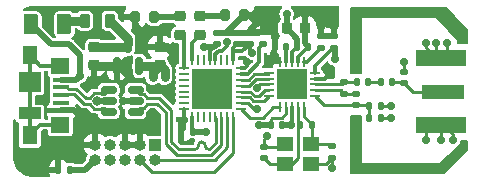
<source format=gbr>
%TF.GenerationSoftware,KiCad,Pcbnew,(6.0.1)*%
%TF.CreationDate,2023-01-10T16:42:07+03:00*%
%TF.ProjectId,STM32RF,53544d33-3252-4462-9e6b-696361645f70,0.1v*%
%TF.SameCoordinates,Original*%
%TF.FileFunction,Copper,L1,Top*%
%TF.FilePolarity,Positive*%
%FSLAX46Y46*%
G04 Gerber Fmt 4.6, Leading zero omitted, Abs format (unit mm)*
G04 Created by KiCad (PCBNEW (6.0.1)) date 2023-01-10 16:42:07*
%MOMM*%
%LPD*%
G01*
G04 APERTURE LIST*
G04 Aperture macros list*
%AMRoundRect*
0 Rectangle with rounded corners*
0 $1 Rounding radius*
0 $2 $3 $4 $5 $6 $7 $8 $9 X,Y pos of 4 corners*
0 Add a 4 corners polygon primitive as box body*
4,1,4,$2,$3,$4,$5,$6,$7,$8,$9,$2,$3,0*
0 Add four circle primitives for the rounded corners*
1,1,$1+$1,$2,$3*
1,1,$1+$1,$4,$5*
1,1,$1+$1,$6,$7*
1,1,$1+$1,$8,$9*
0 Add four rect primitives between the rounded corners*
20,1,$1+$1,$2,$3,$4,$5,0*
20,1,$1+$1,$4,$5,$6,$7,0*
20,1,$1+$1,$6,$7,$8,$9,0*
20,1,$1+$1,$8,$9,$2,$3,0*%
G04 Aperture macros list end*
%TA.AperFunction,NonConductor*%
%ADD10C,0.200000*%
%TD*%
%TA.AperFunction,SMDPad,CuDef*%
%ADD11RoundRect,0.147500X-0.147500X-0.172500X0.147500X-0.172500X0.147500X0.172500X-0.147500X0.172500X0*%
%TD*%
%TA.AperFunction,SMDPad,CuDef*%
%ADD12RoundRect,0.140000X0.170000X-0.140000X0.170000X0.140000X-0.170000X0.140000X-0.170000X-0.140000X0*%
%TD*%
%TA.AperFunction,SMDPad,CuDef*%
%ADD13RoundRect,0.218750X-0.256250X0.218750X-0.256250X-0.218750X0.256250X-0.218750X0.256250X0.218750X0*%
%TD*%
%TA.AperFunction,SMDPad,CuDef*%
%ADD14RoundRect,0.225000X-0.250000X0.225000X-0.250000X-0.225000X0.250000X-0.225000X0.250000X0.225000X0*%
%TD*%
%TA.AperFunction,SMDPad,CuDef*%
%ADD15RoundRect,0.250000X-0.375000X-0.625000X0.375000X-0.625000X0.375000X0.625000X-0.375000X0.625000X0*%
%TD*%
%TA.AperFunction,SMDPad,CuDef*%
%ADD16RoundRect,0.140000X-0.170000X0.140000X-0.170000X-0.140000X0.170000X-0.140000X0.170000X0.140000X0*%
%TD*%
%TA.AperFunction,SMDPad,CuDef*%
%ADD17RoundRect,0.225000X-0.225000X-0.250000X0.225000X-0.250000X0.225000X0.250000X-0.225000X0.250000X0*%
%TD*%
%TA.AperFunction,SMDPad,CuDef*%
%ADD18R,1.380000X0.450000*%
%TD*%
%TA.AperFunction,SMDPad,CuDef*%
%ADD19R,1.900000X1.000000*%
%TD*%
%TA.AperFunction,SMDPad,CuDef*%
%ADD20R,1.550000X1.425000*%
%TD*%
%TA.AperFunction,SMDPad,CuDef*%
%ADD21R,1.300000X1.650000*%
%TD*%
%TA.AperFunction,SMDPad,CuDef*%
%ADD22R,1.900000X1.800000*%
%TD*%
%TA.AperFunction,SMDPad,CuDef*%
%ADD23RoundRect,0.140000X-0.140000X-0.170000X0.140000X-0.170000X0.140000X0.170000X-0.140000X0.170000X0*%
%TD*%
%TA.AperFunction,SMDPad,CuDef*%
%ADD24RoundRect,0.140000X0.140000X0.170000X-0.140000X0.170000X-0.140000X-0.170000X0.140000X-0.170000X0*%
%TD*%
%TA.AperFunction,SMDPad,CuDef*%
%ADD25RoundRect,0.150000X0.512500X0.150000X-0.512500X0.150000X-0.512500X-0.150000X0.512500X-0.150000X0*%
%TD*%
%TA.AperFunction,SMDPad,CuDef*%
%ADD26RoundRect,0.135000X0.185000X-0.135000X0.185000X0.135000X-0.185000X0.135000X-0.185000X-0.135000X0*%
%TD*%
%TA.AperFunction,SMDPad,CuDef*%
%ADD27R,1.400000X1.200000*%
%TD*%
%TA.AperFunction,ComponentPad*%
%ADD28R,1.000000X1.000000*%
%TD*%
%TA.AperFunction,ComponentPad*%
%ADD29O,1.000000X1.000000*%
%TD*%
%TA.AperFunction,SMDPad,CuDef*%
%ADD30RoundRect,0.147500X0.172500X-0.147500X0.172500X0.147500X-0.172500X0.147500X-0.172500X-0.147500X0*%
%TD*%
%TA.AperFunction,SMDPad,CuDef*%
%ADD31RoundRect,0.150000X0.150000X-0.587500X0.150000X0.587500X-0.150000X0.587500X-0.150000X-0.587500X0*%
%TD*%
%TA.AperFunction,SMDPad,CuDef*%
%ADD32RoundRect,0.200000X0.200000X0.275000X-0.200000X0.275000X-0.200000X-0.275000X0.200000X-0.275000X0*%
%TD*%
%TA.AperFunction,SMDPad,CuDef*%
%ADD33RoundRect,0.200000X-0.200000X-0.275000X0.200000X-0.275000X0.200000X0.275000X-0.200000X0.275000X0*%
%TD*%
%TA.AperFunction,SMDPad,CuDef*%
%ADD34RoundRect,0.062500X-0.350000X-0.062500X0.350000X-0.062500X0.350000X0.062500X-0.350000X0.062500X0*%
%TD*%
%TA.AperFunction,SMDPad,CuDef*%
%ADD35RoundRect,0.062500X-0.062500X-0.350000X0.062500X-0.350000X0.062500X0.350000X-0.062500X0.350000X0*%
%TD*%
%TA.AperFunction,SMDPad,CuDef*%
%ADD36R,2.500000X2.500000*%
%TD*%
%TA.AperFunction,SMDPad,CuDef*%
%ADD37RoundRect,0.147500X-0.172500X0.147500X-0.172500X-0.147500X0.172500X-0.147500X0.172500X0.147500X0*%
%TD*%
%TA.AperFunction,SMDPad,CuDef*%
%ADD38R,3.600000X1.270000*%
%TD*%
%TA.AperFunction,SMDPad,CuDef*%
%ADD39R,4.200000X1.350000*%
%TD*%
%TA.AperFunction,SMDPad,CuDef*%
%ADD40RoundRect,0.062500X-0.062500X0.375000X-0.062500X-0.375000X0.062500X-0.375000X0.062500X0.375000X0*%
%TD*%
%TA.AperFunction,SMDPad,CuDef*%
%ADD41RoundRect,0.062500X-0.375000X0.062500X-0.375000X-0.062500X0.375000X-0.062500X0.375000X0.062500X0*%
%TD*%
%TA.AperFunction,SMDPad,CuDef*%
%ADD42R,3.450000X3.450000*%
%TD*%
%TA.AperFunction,SMDPad,CuDef*%
%ADD43RoundRect,0.225000X0.250000X-0.225000X0.250000X0.225000X-0.250000X0.225000X-0.250000X-0.225000X0*%
%TD*%
%TA.AperFunction,SMDPad,CuDef*%
%ADD44RoundRect,0.218750X-0.218750X-0.381250X0.218750X-0.381250X0.218750X0.381250X-0.218750X0.381250X0*%
%TD*%
%TA.AperFunction,SMDPad,CuDef*%
%ADD45RoundRect,0.135000X0.135000X0.185000X-0.135000X0.185000X-0.135000X-0.185000X0.135000X-0.185000X0*%
%TD*%
%TA.AperFunction,ViaPad*%
%ADD46C,0.800000*%
%TD*%
%TA.AperFunction,ViaPad*%
%ADD47C,0.700000*%
%TD*%
%TA.AperFunction,Conductor*%
%ADD48C,0.261112*%
%TD*%
%TA.AperFunction,Conductor*%
%ADD49C,0.500000*%
%TD*%
%TA.AperFunction,Conductor*%
%ADD50C,0.750000*%
%TD*%
%TA.AperFunction,Conductor*%
%ADD51C,0.293370*%
%TD*%
%TA.AperFunction,Conductor*%
%ADD52C,0.300000*%
%TD*%
%TA.AperFunction,Conductor*%
%ADD53C,0.250000*%
%TD*%
G04 APERTURE END LIST*
D10*
X69596000Y-34671000D02*
X67691000Y-36576000D01*
X67691000Y-36576000D02*
X67300000Y-36576000D01*
X67300000Y-36576000D02*
X67300000Y-35800000D01*
X67300000Y-35800000D02*
X69088000Y-34139000D01*
X69088000Y-34139000D02*
X69088000Y-33909000D01*
X69088000Y-33909000D02*
X69596000Y-33909000D01*
X69596000Y-33909000D02*
X69596000Y-34671000D01*
G36*
X69596000Y-34671000D02*
G01*
X67691000Y-36576000D01*
X67300000Y-36576000D01*
X67300000Y-35800000D01*
X69088000Y-34139000D01*
X69088000Y-33909000D01*
X69596000Y-33909000D01*
X69596000Y-34671000D01*
G37*
X69596000Y-34671000D02*
X67691000Y-36576000D01*
X67300000Y-36576000D01*
X67300000Y-35800000D01*
X69088000Y-34139000D01*
X69088000Y-33909000D01*
X69596000Y-33909000D01*
X69596000Y-34671000D01*
X60600000Y-35800000D02*
X67300000Y-35800000D01*
X67300000Y-35800000D02*
X67300000Y-36600000D01*
X67300000Y-36600000D02*
X59800000Y-36600000D01*
X59800000Y-36600000D02*
X59800000Y-31800000D01*
X59800000Y-31800000D02*
X60600000Y-31800000D01*
X60600000Y-31800000D02*
X60600000Y-35800000D01*
G36*
X60600000Y-35800000D02*
G01*
X67300000Y-35800000D01*
X67300000Y-36600000D01*
X59800000Y-36600000D01*
X59800000Y-31800000D01*
X60600000Y-31800000D01*
X60600000Y-35800000D01*
G37*
X60600000Y-35800000D02*
X67300000Y-35800000D01*
X67300000Y-36600000D01*
X59800000Y-36600000D01*
X59800000Y-31800000D01*
X60600000Y-31800000D01*
X60600000Y-35800000D01*
X69600000Y-24500000D02*
X69600000Y-25600000D01*
X69600000Y-25600000D02*
X68800000Y-25600000D01*
X68800000Y-25600000D02*
X68800000Y-25300000D01*
X68800000Y-25300000D02*
X67100000Y-23500000D01*
X67100000Y-23500000D02*
X67100000Y-22600000D01*
X67100000Y-22600000D02*
X67800000Y-22600000D01*
X67800000Y-22600000D02*
X69600000Y-24500000D01*
G36*
X69600000Y-24500000D02*
G01*
X69600000Y-25600000D01*
X68800000Y-25600000D01*
X68800000Y-25300000D01*
X67100000Y-23500000D01*
X67100000Y-22600000D01*
X67800000Y-22600000D01*
X69600000Y-24500000D01*
G37*
X69600000Y-24500000D02*
X69600000Y-25600000D01*
X68800000Y-25600000D01*
X68800000Y-25300000D01*
X67100000Y-23500000D01*
X67100000Y-22600000D01*
X67800000Y-22600000D01*
X69600000Y-24500000D01*
X67800000Y-23400000D02*
X60600000Y-23400000D01*
X60600000Y-23400000D02*
X60600000Y-28100000D01*
X60600000Y-28100000D02*
X59800000Y-28100000D01*
X59800000Y-28100000D02*
X59800000Y-22600000D01*
X59800000Y-22600000D02*
X67800000Y-22600000D01*
X67800000Y-22600000D02*
X67800000Y-23400000D01*
G36*
X67800000Y-23400000D02*
G01*
X60600000Y-23400000D01*
X60600000Y-28100000D01*
X59800000Y-28100000D01*
X59800000Y-22600000D01*
X67800000Y-22600000D01*
X67800000Y-23400000D01*
G37*
X67800000Y-23400000D02*
X60600000Y-23400000D01*
X60600000Y-28100000D01*
X59800000Y-28100000D01*
X59800000Y-22600000D01*
X67800000Y-22600000D01*
X67800000Y-23400000D01*
D11*
%TO.P,L1,1*%
%TO.N,NRF_ANT2*%
X60250000Y-28900000D03*
%TO.P,L1,2*%
%TO.N,Net-(C15-Pad1)*%
X61220000Y-28900000D03*
%TD*%
D12*
%TO.P,C16,1*%
%TO.N,Net-(C15-Pad2)*%
X64300000Y-28980000D03*
%TO.P,C16,2*%
%TO.N,GND*%
X64300000Y-28020000D03*
%TD*%
D13*
%TO.P,D1,1,K*%
%TO.N,Net-(D1-Pad1)*%
X45300000Y-23325000D03*
%TO.P,D1,2,A*%
%TO.N,Net-(D1-Pad2)*%
X45300000Y-24900000D03*
%TD*%
D14*
%TO.P,C1,1*%
%TO.N,Net-(C1-Pad1)*%
X38000000Y-25925000D03*
%TO.P,C1,2*%
%TO.N,GND*%
X38000000Y-27475000D03*
%TD*%
D15*
%TO.P,F1,1*%
%TO.N,+5V*%
X32700000Y-24000000D03*
%TO.P,F1,2*%
%TO.N,Net-(F1-Pad2)*%
X35500000Y-24000000D03*
%TD*%
D16*
%TO.P,C13,1*%
%TO.N,NRF_XC1*%
X58200000Y-34340000D03*
%TO.P,C13,2*%
%TO.N,GND*%
X58200000Y-35300000D03*
%TD*%
D17*
%TO.P,C8,1*%
%TO.N,+3V3*%
X54325000Y-24300000D03*
%TO.P,C8,2*%
%TO.N,GND*%
X55875000Y-24300000D03*
%TD*%
D18*
%TO.P,J1,1,VBUS*%
%TO.N,+5V*%
X35260000Y-28700000D03*
%TO.P,J1,2,D-*%
%TO.N,USB_CONN_D-*%
X35260000Y-29350000D03*
%TO.P,J1,3,D+*%
%TO.N,USB_CONN_D+*%
X35260000Y-30000000D03*
%TO.P,J1,4,ID*%
%TO.N,unconnected-(J1-Pad4)*%
X35260000Y-30650000D03*
%TO.P,J1,5,GND*%
%TO.N,GND*%
X35260000Y-31300000D03*
D19*
%TO.P,J1,6,Shield*%
%TO.N,unconnected-(J1-Pad6)*%
X32600000Y-31550000D03*
D20*
X35175000Y-32487500D03*
X35175000Y-27512500D03*
D21*
X32600000Y-33375000D03*
D22*
X32600000Y-28850000D03*
D21*
X32600000Y-26625000D03*
%TD*%
D23*
%TO.P,C15,1*%
%TO.N,Net-(C15-Pad1)*%
X62320000Y-28900000D03*
%TO.P,C15,2*%
%TO.N,Net-(C15-Pad2)*%
X63280000Y-28900000D03*
%TD*%
D24*
%TO.P,C3,1*%
%TO.N,NRST*%
X35960000Y-36300000D03*
%TO.P,C3,2*%
%TO.N,GND*%
X35000000Y-36300000D03*
%TD*%
D25*
%TO.P,U2,1,I/O1*%
%TO.N,USB_D+*%
X41537500Y-31450000D03*
%TO.P,U2,2,GND*%
%TO.N,GND*%
X41537500Y-30500000D03*
%TO.P,U2,3,I/O2*%
%TO.N,USB_D-*%
X41537500Y-29550000D03*
%TO.P,U2,4,I/O2*%
%TO.N,USB_CONN_D-*%
X39262500Y-29550000D03*
%TO.P,U2,5,VBUS*%
%TO.N,+5V*%
X39262500Y-30500000D03*
%TO.P,U2,6,I/O1*%
%TO.N,USB_CONN_D+*%
X39262500Y-31450000D03*
%TD*%
D12*
%TO.P,C5,1*%
%TO.N,+3V3*%
X50100000Y-25680000D03*
%TO.P,C5,2*%
%TO.N,GND*%
X50100000Y-24720000D03*
%TD*%
D23*
%TO.P,C17,1*%
%TO.N,NRF_VDD_PA*%
X61320000Y-31900000D03*
%TO.P,C17,2*%
%TO.N,GND*%
X62280000Y-31900000D03*
%TD*%
D26*
%TO.P,R1,1*%
%TO.N,Net-(R1-Pad1)*%
X52300000Y-25710000D03*
%TO.P,R1,2*%
%TO.N,GND*%
X52300000Y-24690000D03*
%TD*%
D12*
%TO.P,C14,1*%
%TO.N,NRF_XC2*%
X52400000Y-35360000D03*
%TO.P,C14,2*%
%TO.N,GND*%
X52400000Y-34400000D03*
%TD*%
D27*
%TO.P,Y1,1,1*%
%TO.N,NRF_XC1*%
X56400000Y-34150000D03*
%TO.P,Y1,2,2*%
%TO.N,GND*%
X54200000Y-34150000D03*
%TO.P,Y1,3,3*%
%TO.N,NRF_XC2*%
X54200000Y-35850000D03*
%TO.P,Y1,4,4*%
%TO.N,GND*%
X56400000Y-35850000D03*
%TD*%
D23*
%TO.P,C18,1*%
%TO.N,NRF_VDD_PA*%
X61320000Y-30900000D03*
%TO.P,C18,2*%
%TO.N,GND*%
X62280000Y-30900000D03*
%TD*%
D28*
%TO.P,J3,1,Pin_1*%
%TO.N,+3V3*%
X43200000Y-34200000D03*
D29*
%TO.P,J3,2,Pin_2*%
%TO.N,SWDIO*%
X43200000Y-35470000D03*
%TO.P,J3,3,Pin_3*%
%TO.N,GND*%
X41930000Y-34200000D03*
%TO.P,J3,4,Pin_4*%
%TO.N,SWCLK*%
X41930000Y-35470000D03*
%TO.P,J3,5,Pin_5*%
%TO.N,GND*%
X40660000Y-34200000D03*
%TO.P,J3,6,Pin_6*%
%TO.N,unconnected-(J3-Pad6)*%
X40660000Y-35470000D03*
%TO.P,J3,7,Pin_7*%
%TO.N,unconnected-(J3-Pad7)*%
X39390000Y-34200000D03*
%TO.P,J3,8,Pin_8*%
%TO.N,unconnected-(J3-Pad8)*%
X39390000Y-35470000D03*
%TO.P,J3,9,Pin_9*%
%TO.N,GND*%
X38120000Y-34200000D03*
%TO.P,J3,10,Pin_10*%
%TO.N,NRST*%
X38120000Y-35470000D03*
%TD*%
D30*
%TO.P,L3,1*%
%TO.N,NRF_VDD_PA*%
X60220000Y-30870000D03*
%TO.P,L3,2*%
%TO.N,NRF_ANT1*%
X60220000Y-29900000D03*
%TD*%
D31*
%TO.P,U1,1,GND*%
%TO.N,GND*%
X39950000Y-27537500D03*
%TO.P,U1,2,VO*%
%TO.N,+3V3*%
X41850000Y-27537500D03*
%TO.P,U1,3,VI*%
%TO.N,Net-(C1-Pad1)*%
X40900000Y-25662500D03*
%TD*%
D32*
%TO.P,R2,1*%
%TO.N,Net-(D1-Pad1)*%
X43125000Y-23400000D03*
%TO.P,R2,2*%
%TO.N,GND*%
X41475000Y-23400000D03*
%TD*%
D13*
%TO.P,D2,1,K*%
%TO.N,Net-(D2-Pad1)*%
X47000000Y-23325000D03*
%TO.P,D2,2,A*%
%TO.N,Net-(D2-Pad2)*%
X47000000Y-24900000D03*
%TD*%
D12*
%TO.P,C4,1*%
%TO.N,+3V3*%
X51200000Y-25680000D03*
%TO.P,C4,2*%
%TO.N,GND*%
X51200000Y-24720000D03*
%TD*%
D33*
%TO.P,R3,1*%
%TO.N,Net-(D2-Pad1)*%
X49075000Y-23200000D03*
%TO.P,R3,2*%
%TO.N,GND*%
X50725000Y-23200000D03*
%TD*%
D12*
%TO.P,C7,1*%
%TO.N,+3V3*%
X48400000Y-25700000D03*
%TO.P,C7,2*%
%TO.N,GND*%
X48400000Y-24740000D03*
%TD*%
D34*
%TO.P,U4,1,CE*%
%TO.N,NRF_CE*%
X52862500Y-28100000D03*
%TO.P,U4,2,CSN*%
%TO.N,SPI3_!CS*%
X52862500Y-28600000D03*
%TO.P,U4,3,SCK*%
%TO.N,SPI3_SCK*%
X52862500Y-29100000D03*
%TO.P,U4,4,MOSI*%
%TO.N,SPI3_MOSI*%
X52862500Y-29600000D03*
%TO.P,U4,5,MISO*%
%TO.N,SPI3_MISO*%
X52862500Y-30100000D03*
D35*
%TO.P,U4,6,IRQ*%
%TO.N,NRF_IRQ*%
X53800000Y-31037500D03*
%TO.P,U4,7,VDD*%
%TO.N,+3V3*%
X54300000Y-31037500D03*
%TO.P,U4,8,VSS*%
%TO.N,GND*%
X54800000Y-31037500D03*
%TO.P,U4,9,XC2*%
%TO.N,NRF_XC2*%
X55300000Y-31037500D03*
%TO.P,U4,10,XC1*%
%TO.N,NRF_XC1*%
X55800000Y-31037500D03*
D34*
%TO.P,U4,11,VDD_PA*%
%TO.N,NRF_VDD_PA*%
X56737500Y-30100000D03*
%TO.P,U4,12,ANT1*%
%TO.N,NRF_ANT1*%
X56737500Y-29600000D03*
%TO.P,U4,13,ANT2*%
%TO.N,NRF_ANT2*%
X56737500Y-29100000D03*
%TO.P,U4,14,VSS*%
%TO.N,GND*%
X56737500Y-28600000D03*
%TO.P,U4,15,VDD*%
%TO.N,+3V3*%
X56737500Y-28100000D03*
D35*
%TO.P,U4,16,IREF*%
%TO.N,Net-(R4-Pad1)*%
X55800000Y-27162500D03*
%TO.P,U4,17,VSS*%
%TO.N,GND*%
X55300000Y-27162500D03*
%TO.P,U4,18,VDD*%
%TO.N,+3V3*%
X54800000Y-27162500D03*
%TO.P,U4,19,DVDD*%
%TO.N,Net-(C12-Pad1)*%
X54300000Y-27162500D03*
%TO.P,U4,20,VSS*%
%TO.N,GND*%
X53800000Y-27162500D03*
D36*
%TO.P,U4,21*%
%TO.N,N/C*%
X54800000Y-29100000D03*
%TD*%
D23*
%TO.P,C11,1*%
%TO.N,+3V3*%
X55220000Y-25900000D03*
%TO.P,C11,2*%
%TO.N,GND*%
X56180000Y-25900000D03*
%TD*%
D12*
%TO.P,C10,1*%
%TO.N,+3V3*%
X58300000Y-25980000D03*
%TO.P,C10,2*%
%TO.N,GND*%
X58300000Y-25020000D03*
%TD*%
D37*
%TO.P,L2,1*%
%TO.N,NRF_ANT2*%
X59200000Y-28915000D03*
%TO.P,L2,2*%
%TO.N,NRF_ANT1*%
X59200000Y-29885000D03*
%TD*%
D38*
%TO.P,J2,1,In*%
%TO.N,Net-(C15-Pad2)*%
X67600000Y-29700000D03*
D39*
%TO.P,J2,2,Ext*%
%TO.N,GND*%
X67400000Y-26875000D03*
X67400000Y-32525000D03*
%TD*%
D24*
%TO.P,C6,1*%
%TO.N,+3V3*%
X46380000Y-33100000D03*
%TO.P,C6,2*%
%TO.N,GND*%
X45420000Y-33100000D03*
%TD*%
D23*
%TO.P,C9,1*%
%TO.N,+3V3*%
X52980000Y-32500000D03*
%TO.P,C9,2*%
%TO.N,GND*%
X53940000Y-32500000D03*
%TD*%
D24*
%TO.P,C12,1*%
%TO.N,Net-(C12-Pad1)*%
X54280000Y-25900000D03*
%TO.P,C12,2*%
%TO.N,GND*%
X53320000Y-25900000D03*
%TD*%
D40*
%TO.P,U3,1,VDD*%
%TO.N,+3V3*%
X49800000Y-27012500D03*
%TO.P,U3,2,PC14*%
%TO.N,unconnected-(U3-Pad2)*%
X49300000Y-27012500D03*
%TO.P,U3,3,PC15*%
%TO.N,unconnected-(U3-Pad3)*%
X48800000Y-27012500D03*
%TO.P,U3,4,NRST*%
%TO.N,NRST*%
X48300000Y-27012500D03*
%TO.P,U3,5,VDDA*%
%TO.N,+3V3*%
X47800000Y-27012500D03*
%TO.P,U3,6,PA0*%
%TO.N,unconnected-(U3-Pad6)*%
X47300000Y-27012500D03*
%TO.P,U3,7,PA1*%
%TO.N,unconnected-(U3-Pad7)*%
X46800000Y-27012500D03*
%TO.P,U3,8,PA2*%
%TO.N,Net-(D2-Pad2)*%
X46300000Y-27012500D03*
D41*
%TO.P,U3,9,PA3*%
%TO.N,Net-(D1-Pad2)*%
X45612500Y-27700000D03*
%TO.P,U3,10,PA4*%
%TO.N,unconnected-(U3-Pad10)*%
X45612500Y-28200000D03*
%TO.P,U3,11,PA5*%
%TO.N,unconnected-(U3-Pad11)*%
X45612500Y-28700000D03*
%TO.P,U3,12,PA6*%
%TO.N,unconnected-(U3-Pad12)*%
X45612500Y-29200000D03*
%TO.P,U3,13,PA7*%
%TO.N,unconnected-(U3-Pad13)*%
X45612500Y-29700000D03*
%TO.P,U3,14,PB0*%
%TO.N,unconnected-(U3-Pad14)*%
X45612500Y-30200000D03*
%TO.P,U3,15,PB1*%
%TO.N,unconnected-(U3-Pad15)*%
X45612500Y-30700000D03*
%TO.P,U3,16,VSS*%
%TO.N,GND*%
X45612500Y-31200000D03*
D40*
%TO.P,U3,17,VDD*%
%TO.N,+3V3*%
X46300000Y-31887500D03*
%TO.P,U3,18,PA8*%
%TO.N,unconnected-(U3-Pad18)*%
X46800000Y-31887500D03*
%TO.P,U3,19,PA9*%
%TO.N,unconnected-(U3-Pad19)*%
X47300000Y-31887500D03*
%TO.P,U3,20,PA10*%
%TO.N,unconnected-(U3-Pad20)*%
X47800000Y-31887500D03*
%TO.P,U3,21,PA11*%
%TO.N,USB_D-*%
X48300000Y-31887500D03*
%TO.P,U3,22,PA12*%
%TO.N,USB_D+*%
X48800000Y-31887500D03*
%TO.P,U3,23,PA13*%
%TO.N,SWDIO*%
X49300000Y-31887500D03*
%TO.P,U3,24,PA14*%
%TO.N,SWCLK*%
X49800000Y-31887500D03*
D41*
%TO.P,U3,25,PA15*%
%TO.N,NRF_IRQ*%
X50487500Y-31200000D03*
%TO.P,U3,26,PB3*%
%TO.N,SPI3_SCK*%
X50487500Y-30700000D03*
%TO.P,U3,27,PB4*%
%TO.N,SPI3_MISO*%
X50487500Y-30200000D03*
%TO.P,U3,28,PB5*%
%TO.N,SPI3_MOSI*%
X50487500Y-29700000D03*
%TO.P,U3,29,PB6*%
%TO.N,SPI3_!CS*%
X50487500Y-29200000D03*
%TO.P,U3,30,PB7*%
%TO.N,NRF_CE*%
X50487500Y-28700000D03*
%TO.P,U3,31,PH3*%
%TO.N,Net-(R1-Pad1)*%
X50487500Y-28200000D03*
%TO.P,U3,32,VSS*%
%TO.N,GND*%
X50487500Y-27700000D03*
D42*
%TO.P,U3,33,VSS*%
X48050000Y-29450000D03*
%TD*%
D43*
%TO.P,C2,1*%
%TO.N,+3V3*%
X43600000Y-27475000D03*
%TO.P,C2,2*%
%TO.N,GND*%
X43600000Y-25925000D03*
%TD*%
D44*
%TO.P,FB1,1*%
%TO.N,Net-(F1-Pad2)*%
X37237500Y-23700000D03*
%TO.P,FB1,2*%
%TO.N,Net-(C1-Pad1)*%
X39362500Y-23700000D03*
%TD*%
D26*
%TO.P,R4,1*%
%TO.N,Net-(R4-Pad1)*%
X57200000Y-26010000D03*
%TO.P,R4,2*%
%TO.N,GND*%
X57200000Y-24990000D03*
%TD*%
D45*
%TO.P,R5,1*%
%TO.N,NRF_XC1*%
X56510000Y-32500000D03*
%TO.P,R5,2*%
%TO.N,NRF_XC2*%
X55490000Y-32500000D03*
%TD*%
D46*
%TO.N,+5V*%
X38300000Y-30500000D03*
D47*
%TO.N,+3V3*%
X47500000Y-33100000D03*
%TO.N,GND*%
X69300000Y-34400000D03*
X67387736Y-36199999D03*
X65400000Y-36200000D03*
X63000000Y-36200000D03*
X60200000Y-36200000D03*
X60200000Y-34300000D03*
X60200000Y-32200000D03*
X69200000Y-25000000D03*
X67400000Y-23000000D03*
X65400000Y-23000000D03*
X63000000Y-23000000D03*
X60200000Y-23000000D03*
X60200000Y-25000000D03*
D46*
X58000000Y-28200000D03*
D47*
X52700000Y-33500000D03*
X33700000Y-36300000D03*
X37850000Y-28750000D03*
X51000000Y-27200000D03*
X48000000Y-29400000D03*
X48000000Y-28300000D03*
X55400000Y-29600000D03*
X58200000Y-36200000D03*
X66100000Y-33800000D03*
X38000000Y-32700000D03*
X53320000Y-25120000D03*
X55400000Y-28600000D03*
X64300000Y-27200000D03*
X45612500Y-32087500D03*
X44600000Y-26300000D03*
X60200000Y-27700000D03*
X68400000Y-33800000D03*
X54200000Y-28600000D03*
X37000000Y-32700000D03*
X63200000Y-31900000D03*
X55875000Y-23225000D03*
X40500000Y-30500000D03*
X58300000Y-24200000D03*
X40700000Y-27100000D03*
X66100000Y-25600000D03*
X53000000Y-22800000D03*
X51800000Y-23900000D03*
X57200000Y-24200000D03*
X54200000Y-29600000D03*
X51900000Y-22800000D03*
X48000000Y-30500000D03*
X63200000Y-30900000D03*
X42200000Y-24700000D03*
X67900000Y-25600000D03*
X39400000Y-32700000D03*
X67000000Y-25600000D03*
X36800000Y-31800000D03*
X54660000Y-32500000D03*
X67400000Y-33800000D03*
X40800000Y-28100000D03*
X52900000Y-24100000D03*
%TO.N,+3V3*%
X47300000Y-25900000D03*
X54325000Y-23125000D03*
X44000000Y-28500000D03*
X52000000Y-32500000D03*
X58400000Y-26900000D03*
X51400000Y-26400000D03*
X43000000Y-28500000D03*
%TO.N,NRST*%
X49300000Y-25500000D03*
%TO.N,+5V*%
X36800000Y-28400000D03*
%TO.N,SPI3_SCK*%
X51800000Y-29400000D03*
X51800000Y-31200000D03*
%TD*%
D48*
%TO.N,USB_D-*%
X41930424Y-29942924D02*
X41537500Y-29550000D01*
X42218616Y-29942924D02*
X41930424Y-29942924D01*
X43550163Y-30267843D02*
X42543535Y-30267843D01*
X42543535Y-30267843D02*
X42218616Y-29942924D01*
X44555156Y-31272836D02*
X43550163Y-30267843D01*
X44555156Y-33939836D02*
X44555156Y-31272836D01*
X45217267Y-34601947D02*
X44555156Y-33939836D01*
X46496733Y-34601947D02*
X45217267Y-34601947D01*
X46546733Y-34601947D02*
X46496733Y-34601947D01*
X46846733Y-34259773D02*
X46846733Y-34301947D01*
X47446733Y-34301947D02*
X47446733Y-34259773D01*
X48300000Y-31887500D02*
X48317843Y-31905343D01*
X48317843Y-31905343D02*
X48317843Y-34030837D01*
X46846733Y-34259773D02*
G75*
G02*
X47146733Y-33959773I300000J0D01*
G01*
X47146733Y-33959773D02*
G75*
G02*
X47446733Y-34259773I0J-300000D01*
G01*
X47446733Y-34301947D02*
G75*
G03*
X47746733Y-34601947I300000J0D01*
G01*
X46546733Y-34601947D02*
G75*
G03*
X46846733Y-34301947I0J300000D01*
G01*
X48317843Y-34030837D02*
X47746733Y-34601947D01*
%TO.N,USB_D+*%
X41930424Y-31057076D02*
X41537500Y-31450000D01*
X42218616Y-31057076D02*
X41930424Y-31057076D01*
X42543535Y-30732157D02*
X42218616Y-31057076D01*
X43357837Y-30732157D02*
X42543535Y-30732157D01*
X44090844Y-31465164D02*
X43357837Y-30732157D01*
X44090844Y-34132164D02*
X44090844Y-31465164D01*
X45024939Y-35066259D02*
X44090844Y-34132164D01*
X47939061Y-35066259D02*
X45024939Y-35066259D01*
X48782157Y-34223163D02*
X47939061Y-35066259D01*
X48782157Y-31905343D02*
X48782157Y-34223163D01*
X48800000Y-31887500D02*
X48782157Y-31905343D01*
%TO.N,USB_CONN_D-*%
X35725000Y-29350000D02*
X35260000Y-29350000D01*
X36502164Y-29442844D02*
X35817844Y-29442844D01*
%TO.N,USB_CONN_D+*%
X35817844Y-29907156D02*
X35725000Y-30000000D01*
X36309836Y-29907156D02*
X35817844Y-29907156D01*
%TO.N,USB_CONN_D-*%
X37327163Y-30267843D02*
X36502164Y-29442844D01*
%TO.N,USB_CONN_D+*%
X37134837Y-30732157D02*
X36309836Y-29907156D01*
X35725000Y-30000000D02*
X35260000Y-30000000D01*
%TO.N,USB_CONN_D-*%
X35817844Y-29442844D02*
X35725000Y-29350000D01*
X37642933Y-30267843D02*
X37327163Y-30267843D01*
%TO.N,USB_CONN_D+*%
X37642933Y-30732157D02*
X37134837Y-30732157D01*
%TO.N,USB_CONN_D-*%
X37642933Y-30227833D02*
X37642933Y-30267843D01*
X38027833Y-29842933D02*
X37642933Y-30227833D01*
X38572167Y-29842933D02*
X38027833Y-29842933D01*
X38672158Y-29942924D02*
X38572167Y-29842933D01*
X38869576Y-29942924D02*
X38672158Y-29942924D01*
X39262500Y-29550000D02*
X38869576Y-29942924D01*
%TO.N,USB_CONN_D+*%
X37642933Y-30772167D02*
X37642933Y-30732157D01*
X38572167Y-31157067D02*
X38027833Y-31157067D01*
X38869576Y-31057076D02*
X38672158Y-31057076D01*
X38672158Y-31057076D02*
X38572167Y-31157067D01*
X38027833Y-31157067D02*
X37642933Y-30772167D01*
X39262500Y-31450000D02*
X38869576Y-31057076D01*
D49*
%TO.N,+5V*%
X39262500Y-30500000D02*
X38300000Y-30500000D01*
%TO.N,+3V3*%
X47500000Y-33100000D02*
X46380000Y-33100000D01*
D50*
%TO.N,GND*%
X67400000Y-23200000D02*
X67400000Y-23000000D01*
X69200000Y-25000000D02*
X67400000Y-23200000D01*
X67500001Y-36199999D02*
X69300000Y-34400000D01*
X67387736Y-36199999D02*
X67500001Y-36199999D01*
X65400000Y-36200000D02*
X67387736Y-36199999D01*
X63000000Y-36200000D02*
X65400000Y-36200000D01*
X60200000Y-36200000D02*
X63000000Y-36200000D01*
X60200000Y-34300000D02*
X60200000Y-36200000D01*
X60200000Y-32200000D02*
X60200000Y-34300000D01*
X65400000Y-23000000D02*
X67400000Y-23000000D01*
X63000000Y-23000000D02*
X65400000Y-23000000D01*
X60200000Y-23000000D02*
X63000000Y-23000000D01*
X60200000Y-25000000D02*
X60200000Y-23000000D01*
X60200000Y-27700000D02*
X60200000Y-25000000D01*
%TO.N,Net-(C1-Pad1)*%
X40637500Y-25925000D02*
X40900000Y-25662500D01*
X38000000Y-25925000D02*
X40637500Y-25925000D01*
X40900000Y-25662500D02*
X40900000Y-25237500D01*
X40900000Y-25237500D02*
X39362500Y-23700000D01*
D49*
%TO.N,GND*%
X51200000Y-24720000D02*
X51200000Y-24500000D01*
X35000000Y-36300000D02*
X33700000Y-36300000D01*
D51*
X52400000Y-34400000D02*
X53950000Y-34400000D01*
D49*
X48400000Y-24740000D02*
X49185000Y-24740000D01*
D50*
X39950000Y-27537500D02*
X40237500Y-27537500D01*
D49*
X38000000Y-27475000D02*
X38000000Y-28600000D01*
D50*
X40262500Y-27537500D02*
X40700000Y-27100000D01*
D51*
X52400000Y-33800000D02*
X52700000Y-33500000D01*
D49*
X35260000Y-31300000D02*
X36300000Y-31300000D01*
X50080000Y-24740000D02*
X50100000Y-24720000D01*
D52*
X53800000Y-27162500D02*
X53562500Y-27162500D01*
D51*
X66100000Y-26000000D02*
X66975000Y-26875000D01*
D49*
X51200000Y-24500000D02*
X51800000Y-23900000D01*
X36900000Y-31900000D02*
X36900000Y-32600000D01*
D50*
X43600000Y-25925000D02*
X44225000Y-25925000D01*
D52*
X56170554Y-25900000D02*
X56180000Y-25900000D01*
X56737500Y-28600000D02*
X57600000Y-28600000D01*
D51*
X66975000Y-26875000D02*
X67400000Y-26875000D01*
X67600000Y-32725000D02*
X67400000Y-32525000D01*
D50*
X40237500Y-27537500D02*
X40800000Y-28100000D01*
D52*
X55300000Y-26770554D02*
X56170554Y-25900000D01*
D49*
X36800000Y-31800000D02*
X36900000Y-31900000D01*
X54660000Y-32500000D02*
X53940000Y-32500000D01*
D50*
X38062500Y-27537500D02*
X38000000Y-27475000D01*
D49*
X50725000Y-23200000D02*
X51100000Y-23200000D01*
D51*
X67400000Y-32525000D02*
X67400000Y-32800000D01*
D49*
X41475000Y-23400000D02*
X41475000Y-23975000D01*
D50*
X39950000Y-27537500D02*
X38062500Y-27537500D01*
D52*
X53320000Y-26920000D02*
X53320000Y-25900000D01*
X45612500Y-31200000D02*
X45612500Y-32087500D01*
D51*
X62280000Y-31900000D02*
X63200000Y-31900000D01*
D49*
X50725000Y-23200000D02*
X51500000Y-23200000D01*
D52*
X57950000Y-28250000D02*
X58000000Y-28200000D01*
D51*
X68400000Y-33300000D02*
X67625000Y-32525000D01*
X67900000Y-25600000D02*
X67900000Y-26375000D01*
X67400000Y-33800000D02*
X67400000Y-32525000D01*
D49*
X51100000Y-23200000D02*
X51800000Y-23900000D01*
D51*
X67000000Y-26475000D02*
X67400000Y-26875000D01*
D49*
X40500000Y-30500000D02*
X41537500Y-30500000D01*
X55875000Y-24300000D02*
X55875000Y-25595000D01*
X38000000Y-28600000D02*
X37850000Y-28750000D01*
X58300000Y-25020000D02*
X58300000Y-24200000D01*
D52*
X45612500Y-32907500D02*
X45420000Y-33100000D01*
D51*
X53950000Y-34400000D02*
X54200000Y-34150000D01*
D52*
X51000000Y-27500000D02*
X51000000Y-27200000D01*
D51*
X67625000Y-32525000D02*
X67400000Y-32525000D01*
D52*
X50800000Y-27700000D02*
X51000000Y-27500000D01*
D49*
X36900000Y-32600000D02*
X37000000Y-32700000D01*
D51*
X52400000Y-34400000D02*
X52400000Y-33800000D01*
D52*
X55300000Y-27162500D02*
X55300000Y-26770554D01*
D49*
X53320000Y-25900000D02*
X53320000Y-25120000D01*
X37000000Y-32700000D02*
X38000000Y-32700000D01*
X50100000Y-24720000D02*
X51200000Y-24720000D01*
X48400000Y-24740000D02*
X50080000Y-24740000D01*
X49185000Y-24740000D02*
X50725000Y-23200000D01*
D52*
X45612500Y-32087500D02*
X45612500Y-32907500D01*
D49*
X55875000Y-25595000D02*
X56180000Y-25900000D01*
X36300000Y-31300000D02*
X36800000Y-31800000D01*
D51*
X67000000Y-25600000D02*
X67000000Y-26475000D01*
D52*
X57600000Y-28600000D02*
X57950000Y-28250000D01*
D50*
X39950000Y-27537500D02*
X40262500Y-27537500D01*
D49*
X57200000Y-24990000D02*
X57200000Y-24200000D01*
D51*
X56400000Y-35850000D02*
X57650000Y-35850000D01*
X67400000Y-32800000D02*
X67600000Y-33000000D01*
X68125000Y-32525000D02*
X67400000Y-32525000D01*
X57650000Y-35850000D02*
X58200000Y-35300000D01*
D49*
X52300000Y-24690000D02*
X52310000Y-24690000D01*
X37850000Y-28750000D02*
X37800000Y-28800000D01*
X55875000Y-24300000D02*
X55875000Y-23225000D01*
D51*
X67900000Y-26375000D02*
X67400000Y-26875000D01*
X62280000Y-30900000D02*
X63200000Y-30900000D01*
D50*
X44225000Y-25925000D02*
X44600000Y-26300000D01*
D51*
X66100000Y-32700000D02*
X66100000Y-33800000D01*
X66275000Y-32525000D02*
X66100000Y-32700000D01*
D49*
X38000000Y-32700000D02*
X39400000Y-32700000D01*
D52*
X53562500Y-27162500D02*
X53320000Y-26920000D01*
D51*
X66100000Y-25600000D02*
X66100000Y-26000000D01*
D49*
X51500000Y-23200000D02*
X51900000Y-22800000D01*
X52310000Y-24690000D02*
X52900000Y-24100000D01*
D52*
X54800000Y-32360000D02*
X54660000Y-32500000D01*
D51*
X64300000Y-28020000D02*
X64300000Y-27200000D01*
X68400000Y-33800000D02*
X68400000Y-33300000D01*
D52*
X50487500Y-27700000D02*
X50800000Y-27700000D01*
X54800000Y-31037500D02*
X54800000Y-32360000D01*
D51*
X58200000Y-35300000D02*
X58200000Y-36200000D01*
D49*
X41475000Y-23975000D02*
X42200000Y-24700000D01*
D51*
X67400000Y-32525000D02*
X66275000Y-32525000D01*
D49*
%TO.N,+3V3*%
X54325000Y-24325000D02*
X55220000Y-25220000D01*
X58400000Y-26080000D02*
X58300000Y-25980000D01*
X55220000Y-25220000D02*
X55220000Y-25900000D01*
D52*
X49800000Y-26300000D02*
X50580000Y-26300000D01*
X46300000Y-31887500D02*
X46300000Y-33020000D01*
X47800000Y-26300000D02*
X48400000Y-25700000D01*
D49*
X52000000Y-32500000D02*
X52980000Y-32500000D01*
D52*
X51200000Y-26200000D02*
X51400000Y-26400000D01*
D53*
X53900000Y-31900000D02*
X53100000Y-31900000D01*
D50*
X43062500Y-27537500D02*
X43537500Y-27537500D01*
D52*
X49800000Y-25980000D02*
X50100000Y-25680000D01*
D53*
X54300000Y-31037500D02*
X54300000Y-31500000D01*
D49*
X58400000Y-26900000D02*
X58400000Y-26080000D01*
X54325000Y-24300000D02*
X54325000Y-24325000D01*
D50*
X44000000Y-27875000D02*
X43600000Y-27475000D01*
D53*
X53100000Y-31900000D02*
X52980000Y-32020000D01*
D52*
X46300000Y-33020000D02*
X46380000Y-33100000D01*
D49*
X51200000Y-25680000D02*
X50100000Y-25680000D01*
X48200000Y-25900000D02*
X48400000Y-25700000D01*
D52*
X58290000Y-25990000D02*
X58300000Y-25980000D01*
D49*
X47300000Y-25900000D02*
X48200000Y-25900000D01*
D53*
X54300000Y-31500000D02*
X53900000Y-31900000D01*
X52980000Y-32020000D02*
X52980000Y-32500000D01*
D52*
X47800000Y-27012500D02*
X47800000Y-26300000D01*
D50*
X43000000Y-28500000D02*
X43000000Y-28075000D01*
D52*
X49800000Y-27012500D02*
X49800000Y-26300000D01*
D50*
X43000000Y-28075000D02*
X43600000Y-27475000D01*
X41850000Y-27537500D02*
X43062500Y-27537500D01*
X44000000Y-28500000D02*
X44000000Y-27875000D01*
D52*
X54800000Y-26320000D02*
X55220000Y-25900000D01*
D49*
X54325000Y-24300000D02*
X54325000Y-23125000D01*
D52*
X56737500Y-27542500D02*
X58290000Y-25990000D01*
D50*
X43537500Y-27537500D02*
X43600000Y-27475000D01*
D52*
X51200000Y-25680000D02*
X51200000Y-26200000D01*
X50580000Y-26300000D02*
X51200000Y-25680000D01*
X56737500Y-28100000D02*
X56737500Y-27542500D01*
X49800000Y-26300000D02*
X49800000Y-25980000D01*
X54800000Y-27162500D02*
X54800000Y-26320000D01*
%TO.N,NRST*%
X48300000Y-26556520D02*
X48600000Y-26256520D01*
X48600000Y-26256520D02*
X48843480Y-26256520D01*
D49*
X35960000Y-36300000D02*
X37290000Y-36300000D01*
X37290000Y-36300000D02*
X38120000Y-35470000D01*
D52*
X48843480Y-26256520D02*
X49300000Y-25800000D01*
X48300000Y-27012500D02*
X48300000Y-26556520D01*
X49300000Y-25800000D02*
X49300000Y-25500000D01*
%TO.N,Net-(C12-Pad1)*%
X54300000Y-27162500D02*
X54300000Y-25920000D01*
X54300000Y-25920000D02*
X54280000Y-25900000D01*
D51*
%TO.N,NRF_XC1*%
X56510000Y-32500000D02*
X56510000Y-34040000D01*
X56400000Y-34150000D02*
X58010000Y-34150000D01*
X56510000Y-34040000D02*
X56400000Y-34150000D01*
X55800000Y-31037500D02*
X55800000Y-31790000D01*
X58010000Y-34150000D02*
X58200000Y-34340000D01*
X55800000Y-31790000D02*
X56510000Y-32500000D01*
%TO.N,NRF_XC2*%
X55300000Y-31037500D02*
X55300000Y-32310000D01*
X55300000Y-32690000D02*
X55490000Y-32500000D01*
X54200000Y-35850000D02*
X54750000Y-35850000D01*
X55300000Y-35300000D02*
X55300000Y-32690000D01*
X55300000Y-32310000D02*
X55490000Y-32500000D01*
X54750000Y-35850000D02*
X55300000Y-35300000D01*
X54200000Y-35850000D02*
X52890000Y-35850000D01*
X52890000Y-35850000D02*
X52400000Y-35360000D01*
%TO.N,Net-(C15-Pad1)*%
X61220000Y-28900000D02*
X62320000Y-28900000D01*
%TO.N,Net-(C15-Pad2)*%
X63280000Y-28900000D02*
X64220000Y-28900000D01*
X67600000Y-29700000D02*
X65020000Y-29700000D01*
X65020000Y-29700000D02*
X64300000Y-28980000D01*
X64220000Y-28900000D02*
X64300000Y-28980000D01*
%TO.N,NRF_VDD_PA*%
X60220000Y-30870000D02*
X61290000Y-30870000D01*
X61320000Y-31900000D02*
X61320000Y-30900000D01*
X57507500Y-30870000D02*
X56737500Y-30100000D01*
X60220000Y-30870000D02*
X57507500Y-30870000D01*
X61290000Y-30870000D02*
X61320000Y-30900000D01*
D49*
%TO.N,Net-(D1-Pad1)*%
X45225000Y-23400000D02*
X45300000Y-23325000D01*
X43125000Y-23400000D02*
X45225000Y-23400000D01*
D52*
%TO.N,Net-(D1-Pad2)*%
X45612500Y-25212500D02*
X45300000Y-24900000D01*
X45612500Y-27700000D02*
X45612500Y-25212500D01*
D49*
%TO.N,Net-(D2-Pad1)*%
X48950000Y-23325000D02*
X49075000Y-23200000D01*
X47000000Y-23325000D02*
X48950000Y-23325000D01*
D52*
%TO.N,Net-(D2-Pad2)*%
X46300000Y-25600000D02*
X47000000Y-24900000D01*
X46300000Y-27012500D02*
X46300000Y-25600000D01*
D49*
%TO.N,+5V*%
X36500000Y-28700000D02*
X36800000Y-28400000D01*
X36800000Y-26600000D02*
X35900000Y-25700000D01*
X35260000Y-28700000D02*
X36500000Y-28700000D01*
X36800000Y-28400000D02*
X36800000Y-26600000D01*
X35900000Y-25700000D02*
X34400000Y-25700000D01*
X34400000Y-25700000D02*
X32700000Y-24000000D01*
D50*
%TO.N,Net-(F1-Pad2)*%
X35800000Y-23700000D02*
X35500000Y-24000000D01*
X37237500Y-23700000D02*
X35800000Y-23700000D01*
D52*
%TO.N,unconnected-(J1-Pad6)*%
X35175000Y-32487500D02*
X33487500Y-32487500D01*
X32600000Y-33375000D02*
X32600000Y-31550000D01*
X32600000Y-31550000D02*
X32600000Y-28850000D01*
X35175000Y-27512500D02*
X33487500Y-27512500D01*
X33487500Y-32487500D02*
X32600000Y-33375000D01*
X32600000Y-28850000D02*
X32600000Y-26625000D01*
X33487500Y-27512500D02*
X32600000Y-26625000D01*
D51*
%TO.N,SWDIO*%
X48230000Y-35470000D02*
X49300000Y-34400000D01*
X43200000Y-35470000D02*
X48230000Y-35470000D01*
X49300000Y-34400000D02*
X49300000Y-31887500D01*
%TO.N,SWCLK*%
X49800000Y-31887500D02*
X49800000Y-34900000D01*
X42960000Y-36500000D02*
X41930000Y-35470000D01*
X48200000Y-36500000D02*
X42960000Y-36500000D01*
X49800000Y-34900000D02*
X48200000Y-36500000D01*
%TO.N,NRF_ANT2*%
X60235000Y-28915000D02*
X60250000Y-28900000D01*
X59015000Y-29100000D02*
X59200000Y-28915000D01*
X59200000Y-28915000D02*
X60235000Y-28915000D01*
X56737500Y-29100000D02*
X59015000Y-29100000D01*
%TO.N,NRF_ANT1*%
X59215000Y-29900000D02*
X59200000Y-29885000D01*
X56737500Y-29600000D02*
X58915000Y-29600000D01*
X60220000Y-29900000D02*
X59215000Y-29900000D01*
X58915000Y-29600000D02*
X59200000Y-29885000D01*
D52*
%TO.N,Net-(R1-Pad1)*%
X52026511Y-25983489D02*
X52300000Y-25710000D01*
X50487500Y-28200000D02*
X51049018Y-28200000D01*
X51049018Y-28200000D02*
X52026511Y-27222507D01*
X52026511Y-27222507D02*
X52026511Y-25983489D01*
%TO.N,Net-(R4-Pad1)*%
X56047500Y-27162500D02*
X57200000Y-26010000D01*
X55800000Y-27162500D02*
X56047500Y-27162500D01*
D48*
%TO.N,USB_D+*%
X48805556Y-31893056D02*
X48800000Y-31887500D01*
%TO.N,USB_D-*%
X48300000Y-31887500D02*
X48294444Y-31893056D01*
D53*
%TO.N,NRF_IRQ*%
X52300000Y-31900000D02*
X53162500Y-31037500D01*
X51200000Y-31900000D02*
X52300000Y-31900000D01*
X50487500Y-31200000D02*
X50500000Y-31200000D01*
X53162500Y-31037500D02*
X53800000Y-31037500D01*
X50500000Y-31200000D02*
X51200000Y-31900000D01*
%TO.N,SPI3_SCK*%
X52100000Y-29100000D02*
X51800000Y-29400000D01*
X51600000Y-31200000D02*
X51800000Y-31200000D01*
X50487500Y-30700000D02*
X51100000Y-30700000D01*
X52862500Y-29100000D02*
X52100000Y-29100000D01*
X51100000Y-30700000D02*
X51600000Y-31200000D01*
%TO.N,SPI3_MISO*%
X52400000Y-30500000D02*
X51500000Y-30500000D01*
X51200000Y-30200000D02*
X50487500Y-30200000D01*
X52800000Y-30100000D02*
X52400000Y-30500000D01*
X52862500Y-30100000D02*
X52800000Y-30100000D01*
X51500000Y-30500000D02*
X51200000Y-30200000D01*
%TO.N,SPI3_MOSI*%
X52000000Y-30100000D02*
X51649334Y-30100000D01*
X52862500Y-29600000D02*
X52500000Y-29600000D01*
X51249334Y-29700000D02*
X50487500Y-29700000D01*
X51649334Y-30100000D02*
X51249334Y-29700000D01*
X52500000Y-29600000D02*
X52000000Y-30100000D01*
%TO.N,SPI3_!CS*%
X50487500Y-29200000D02*
X51149334Y-29200000D01*
X51149334Y-29200000D02*
X51749334Y-28600000D01*
X51749334Y-28600000D02*
X52862500Y-28600000D01*
%TO.N,NRF_CE*%
X50495927Y-28708427D02*
X50487500Y-28700000D01*
X51593374Y-28223480D02*
X51108427Y-28708427D01*
X52739020Y-28223480D02*
X51593374Y-28223480D01*
X51108427Y-28708427D02*
X50495927Y-28708427D01*
X52862500Y-28100000D02*
X52739020Y-28223480D01*
%TD*%
%TA.AperFunction,Conductor*%
%TO.N,GND*%
G36*
X34087622Y-27937002D02*
G01*
X34134115Y-27990658D01*
X34145501Y-28043000D01*
X34145501Y-28250066D01*
X34151895Y-28282212D01*
X34156175Y-28303731D01*
X34160266Y-28324301D01*
X34167161Y-28334621D01*
X34167162Y-28334622D01*
X34191215Y-28370619D01*
X34216516Y-28408484D01*
X34226832Y-28415377D01*
X34226833Y-28415378D01*
X34259503Y-28437208D01*
X34305030Y-28491685D01*
X34315500Y-28541972D01*
X34315501Y-28748503D01*
X34315501Y-28950066D01*
X34321891Y-28982194D01*
X34325516Y-29000419D01*
X34325516Y-29049579D01*
X34315500Y-29099933D01*
X34315501Y-29600066D01*
X34323083Y-29638188D01*
X34325516Y-29650419D01*
X34325516Y-29699579D01*
X34315500Y-29749933D01*
X34315501Y-30250066D01*
X34317976Y-30262510D01*
X34325516Y-30300419D01*
X34325516Y-30349579D01*
X34315500Y-30399933D01*
X34315500Y-30567825D01*
X34295498Y-30635946D01*
X34265065Y-30668652D01*
X34214272Y-30706719D01*
X34201715Y-30719276D01*
X34125214Y-30821351D01*
X34116676Y-30836946D01*
X34071522Y-30957394D01*
X34067895Y-30972649D01*
X34062369Y-31023514D01*
X34062000Y-31030328D01*
X34062000Y-31056885D01*
X34066475Y-31072124D01*
X34067865Y-31073329D01*
X34075548Y-31075000D01*
X34373011Y-31075000D01*
X34443014Y-31096236D01*
X34460379Y-31107839D01*
X34460382Y-31107840D01*
X34470699Y-31114734D01*
X34482868Y-31117155D01*
X34482869Y-31117155D01*
X34537814Y-31128084D01*
X34544933Y-31129500D01*
X35259884Y-31129500D01*
X35975066Y-31129499D01*
X36049301Y-31114734D01*
X36059621Y-31107839D01*
X36059622Y-31107838D01*
X36076986Y-31096236D01*
X36146989Y-31075000D01*
X36439884Y-31075000D01*
X36455123Y-31070525D01*
X36456328Y-31069135D01*
X36457999Y-31061452D01*
X36457999Y-31030331D01*
X36457629Y-31023510D01*
X36452105Y-30972648D01*
X36448479Y-30957397D01*
X36432500Y-30914773D01*
X36427317Y-30843966D01*
X36461237Y-30781597D01*
X36523493Y-30747468D01*
X36594317Y-30752414D01*
X36639577Y-30781448D01*
X36824011Y-30965882D01*
X36839745Y-30985363D01*
X36840450Y-30986138D01*
X36846100Y-30994888D01*
X36872949Y-31016054D01*
X36877486Y-31020086D01*
X36877543Y-31020018D01*
X36881500Y-31023371D01*
X36885180Y-31027051D01*
X36901170Y-31038478D01*
X36905878Y-31042013D01*
X36946770Y-31074250D01*
X36955535Y-31077328D01*
X36963094Y-31082730D01*
X36973075Y-31085715D01*
X37012959Y-31097643D01*
X37018603Y-31099477D01*
X37060237Y-31114097D01*
X37060240Y-31114098D01*
X37067719Y-31116724D01*
X37073365Y-31117213D01*
X37076079Y-31117213D01*
X37078792Y-31117330D01*
X37078807Y-31117335D01*
X37078799Y-31117525D01*
X37079615Y-31117576D01*
X37085910Y-31119459D01*
X37140603Y-31117310D01*
X37145549Y-31117213D01*
X37391238Y-31117213D01*
X37459359Y-31137215D01*
X37480333Y-31154118D01*
X37717007Y-31390792D01*
X37732741Y-31410273D01*
X37733446Y-31411048D01*
X37739096Y-31419798D01*
X37765945Y-31440964D01*
X37770483Y-31444997D01*
X37770540Y-31444929D01*
X37774499Y-31448284D01*
X37778176Y-31451961D01*
X37782401Y-31454981D01*
X37782410Y-31454988D01*
X37794134Y-31463366D01*
X37798872Y-31466923D01*
X37839766Y-31499160D01*
X37848533Y-31502239D01*
X37856090Y-31507639D01*
X37866068Y-31510623D01*
X37866072Y-31510625D01*
X37905948Y-31522550D01*
X37911596Y-31524385D01*
X37953232Y-31539007D01*
X37953238Y-31539008D01*
X37960715Y-31541634D01*
X37966361Y-31542123D01*
X37969075Y-31542123D01*
X37971788Y-31542240D01*
X37971803Y-31542245D01*
X37971795Y-31542435D01*
X37972611Y-31542486D01*
X37978906Y-31544369D01*
X38033599Y-31542220D01*
X38038545Y-31542123D01*
X38223677Y-31542123D01*
X38291798Y-31562125D01*
X38338291Y-31615781D01*
X38348126Y-31648412D01*
X38360502Y-31726555D01*
X38418674Y-31840723D01*
X38509277Y-31931326D01*
X38623445Y-31989498D01*
X38718166Y-32004500D01*
X39806834Y-32004500D01*
X39901555Y-31989498D01*
X40015723Y-31931326D01*
X40106326Y-31840723D01*
X40164498Y-31726555D01*
X40179500Y-31631834D01*
X40179500Y-31268166D01*
X40164498Y-31173445D01*
X40117455Y-31081119D01*
X40110827Y-31068110D01*
X40110826Y-31068109D01*
X40106326Y-31059277D01*
X40099315Y-31052266D01*
X40096987Y-31049062D01*
X40073128Y-30982195D01*
X40089207Y-30913043D01*
X40096987Y-30900938D01*
X40099315Y-30897734D01*
X40106326Y-30890723D01*
X40112045Y-30879500D01*
X40155075Y-30795049D01*
X40203824Y-30743434D01*
X40272739Y-30726368D01*
X40339940Y-30749269D01*
X40384092Y-30804867D01*
X40388339Y-30817098D01*
X40414107Y-30905790D01*
X40420352Y-30920221D01*
X40496911Y-31049678D01*
X40506551Y-31062104D01*
X40587697Y-31143250D01*
X40621723Y-31205562D01*
X40623051Y-31252051D01*
X40621275Y-31263264D01*
X40621274Y-31263281D01*
X40620500Y-31268166D01*
X40620500Y-31631834D01*
X40635502Y-31726555D01*
X40693674Y-31840723D01*
X40784277Y-31931326D01*
X40898445Y-31989498D01*
X40993166Y-32004500D01*
X42081834Y-32004500D01*
X42176555Y-31989498D01*
X42290723Y-31931326D01*
X42381326Y-31840723D01*
X42439498Y-31726555D01*
X42454500Y-31631834D01*
X42454500Y-31418512D01*
X42474502Y-31350391D01*
X42487977Y-31332981D01*
X42495060Y-31325319D01*
X42498488Y-31321755D01*
X42666125Y-31154118D01*
X42728437Y-31120092D01*
X42755220Y-31117213D01*
X43146151Y-31117213D01*
X43214272Y-31137215D01*
X43235247Y-31154118D01*
X43668884Y-31587756D01*
X43702909Y-31650068D01*
X43705788Y-31676851D01*
X43705788Y-33319500D01*
X43685786Y-33387621D01*
X43632130Y-33434114D01*
X43579788Y-33445500D01*
X42723220Y-33445501D01*
X42674934Y-33445501D01*
X42668863Y-33446708D01*
X42662703Y-33447315D01*
X42662475Y-33445003D01*
X42602080Y-33439603D01*
X42567889Y-33419433D01*
X42501145Y-33364217D01*
X42490973Y-33357356D01*
X42327924Y-33269196D01*
X42316619Y-33264444D01*
X42201308Y-33228750D01*
X42187205Y-33228544D01*
X42184000Y-33235299D01*
X42184000Y-34328000D01*
X42163998Y-34396121D01*
X42110342Y-34442614D01*
X42058000Y-34454000D01*
X40532000Y-34454000D01*
X40463879Y-34433998D01*
X40417386Y-34380342D01*
X40406000Y-34328000D01*
X40406000Y-33927885D01*
X40914000Y-33927885D01*
X40918475Y-33943124D01*
X40919865Y-33944329D01*
X40927548Y-33946000D01*
X41657885Y-33946000D01*
X41673124Y-33941525D01*
X41674329Y-33940135D01*
X41676000Y-33932452D01*
X41676000Y-33242076D01*
X41672027Y-33228545D01*
X41664232Y-33227425D01*
X41556479Y-33259138D01*
X41545111Y-33263731D01*
X41380846Y-33349607D01*
X41365426Y-33359697D01*
X41364095Y-33357663D01*
X41308357Y-33380653D01*
X41238508Y-33367943D01*
X41224617Y-33359814D01*
X41220971Y-33357355D01*
X41057924Y-33269196D01*
X41046619Y-33264444D01*
X40931308Y-33228750D01*
X40917205Y-33228544D01*
X40914000Y-33235299D01*
X40914000Y-33927885D01*
X40406000Y-33927885D01*
X40406000Y-33242076D01*
X40402027Y-33228545D01*
X40394232Y-33227425D01*
X40286479Y-33259138D01*
X40275111Y-33263731D01*
X40110846Y-33349607D01*
X40100585Y-33356321D01*
X39956127Y-33472468D01*
X39947368Y-33481046D01*
X39920256Y-33513356D01*
X39861146Y-33552683D01*
X39790158Y-33553809D01*
X39756220Y-33538750D01*
X39744219Y-33531134D01*
X39722844Y-33517569D01*
X39686903Y-33504771D01*
X39570016Y-33463149D01*
X39570011Y-33463148D01*
X39563381Y-33460787D01*
X39556395Y-33459954D01*
X39556391Y-33459953D01*
X39431010Y-33445003D01*
X39395301Y-33440745D01*
X39388298Y-33441481D01*
X39388297Y-33441481D01*
X39233965Y-33457701D01*
X39233961Y-33457702D01*
X39226957Y-33458438D01*
X39220286Y-33460709D01*
X39073387Y-33510717D01*
X39073384Y-33510718D01*
X39066717Y-33512988D01*
X39060714Y-33516681D01*
X39060712Y-33516682D01*
X39023334Y-33539676D01*
X38954833Y-33558334D01*
X38887119Y-33536994D01*
X38859670Y-33511994D01*
X38842603Y-33491067D01*
X38833959Y-33482363D01*
X38691144Y-33364216D01*
X38680973Y-33357356D01*
X38517924Y-33269196D01*
X38506619Y-33264444D01*
X38391308Y-33228750D01*
X38377205Y-33228544D01*
X38374000Y-33235299D01*
X38374000Y-34328000D01*
X38353998Y-34396121D01*
X38300342Y-34442614D01*
X38248000Y-34454000D01*
X37162282Y-34454000D01*
X37148751Y-34457973D01*
X37147601Y-34465975D01*
X37176552Y-34566941D01*
X37181067Y-34578345D01*
X37265794Y-34743207D01*
X37272435Y-34753512D01*
X37387568Y-34898772D01*
X37396091Y-34907598D01*
X37433947Y-34939816D01*
X37472860Y-34999199D01*
X37473491Y-35070193D01*
X37458195Y-35104026D01*
X37439909Y-35132400D01*
X37437498Y-35139025D01*
X37384425Y-35284840D01*
X37384424Y-35284845D01*
X37382015Y-35291463D01*
X37381132Y-35298455D01*
X37361683Y-35452405D01*
X37361683Y-35452410D01*
X37360800Y-35459399D01*
X37361357Y-35465082D01*
X37340559Y-35532412D01*
X37324620Y-35551909D01*
X37117934Y-35758595D01*
X37055622Y-35792621D01*
X37028839Y-35795500D01*
X36342717Y-35795500D01*
X36285514Y-35781767D01*
X36240036Y-35758595D01*
X36223427Y-35750132D01*
X36213637Y-35748581D01*
X36213636Y-35748581D01*
X36187899Y-35744505D01*
X36131045Y-35735500D01*
X35960035Y-35735500D01*
X35788956Y-35735501D01*
X35742688Y-35742829D01*
X35672280Y-35733729D01*
X35633885Y-35707475D01*
X35545926Y-35619516D01*
X35533499Y-35609876D01*
X35406220Y-35534604D01*
X35391784Y-35528357D01*
X35271395Y-35493381D01*
X35257295Y-35493421D01*
X35254000Y-35500691D01*
X35254000Y-36428000D01*
X35233998Y-36496121D01*
X35180342Y-36542614D01*
X35128000Y-36554000D01*
X34231576Y-36554000D01*
X34216781Y-36558344D01*
X34214937Y-36568775D01*
X34216688Y-36578359D01*
X34258357Y-36721784D01*
X34264605Y-36736222D01*
X34276219Y-36755860D01*
X34293679Y-36824676D01*
X34271163Y-36892008D01*
X34215819Y-36936477D01*
X34167766Y-36946000D01*
X32937425Y-36946000D01*
X32912847Y-36943579D01*
X32900000Y-36941024D01*
X32887829Y-36943445D01*
X32875419Y-36943445D01*
X32875419Y-36942802D01*
X32864674Y-36943473D01*
X32660509Y-36928871D01*
X32642715Y-36926313D01*
X32416899Y-36877190D01*
X32399650Y-36872125D01*
X32222390Y-36806011D01*
X32183123Y-36791365D01*
X32166774Y-36783898D01*
X31963951Y-36673148D01*
X31948827Y-36663429D01*
X31910926Y-36635056D01*
X31763824Y-36524937D01*
X31750238Y-36513164D01*
X31586836Y-36349762D01*
X31575063Y-36336176D01*
X31496241Y-36230882D01*
X31436569Y-36151170D01*
X31426852Y-36136049D01*
X31368731Y-36029609D01*
X34215232Y-36029609D01*
X34218052Y-36043031D01*
X34229513Y-36046000D01*
X34727885Y-36046000D01*
X34743124Y-36041525D01*
X34744329Y-36040135D01*
X34746000Y-36032452D01*
X34746000Y-35506442D01*
X34742027Y-35492911D01*
X34734129Y-35491776D01*
X34608216Y-35528357D01*
X34593780Y-35534604D01*
X34466501Y-35609876D01*
X34454074Y-35619516D01*
X34349516Y-35724074D01*
X34339876Y-35736501D01*
X34264604Y-35863780D01*
X34258357Y-35878216D01*
X34216688Y-36021641D01*
X34215232Y-36029609D01*
X31368731Y-36029609D01*
X31316102Y-35933226D01*
X31308633Y-35916873D01*
X31300561Y-35895229D01*
X31248121Y-35754633D01*
X31227875Y-35700350D01*
X31222810Y-35683101D01*
X31173687Y-35457285D01*
X31171129Y-35439491D01*
X31156527Y-35235326D01*
X31157198Y-35224581D01*
X31156555Y-35224581D01*
X31156555Y-35212171D01*
X31158976Y-35200000D01*
X31156421Y-35187153D01*
X31154000Y-35162575D01*
X31154000Y-32140259D01*
X31174002Y-32072138D01*
X31227658Y-32025645D01*
X31297932Y-32015541D01*
X31362512Y-32045035D01*
X31400896Y-32104761D01*
X31403579Y-32115679D01*
X31410266Y-32149301D01*
X31417161Y-32159621D01*
X31417162Y-32159622D01*
X31446603Y-32203683D01*
X31466516Y-32233484D01*
X31476832Y-32240377D01*
X31535560Y-32279618D01*
X31550699Y-32289734D01*
X31569034Y-32293381D01*
X31611559Y-32301840D01*
X31674469Y-32334748D01*
X31709600Y-32396443D01*
X31705296Y-32449711D01*
X31710266Y-32450699D01*
X31695500Y-32524933D01*
X31695501Y-34225066D01*
X31710266Y-34299301D01*
X31766516Y-34383484D01*
X31850699Y-34439734D01*
X31924933Y-34454500D01*
X32599890Y-34454500D01*
X33275066Y-34454499D01*
X33310818Y-34447388D01*
X33337126Y-34442156D01*
X33337128Y-34442155D01*
X33349301Y-34439734D01*
X33359621Y-34432839D01*
X33359622Y-34432838D01*
X33423168Y-34390377D01*
X33433484Y-34383484D01*
X33489734Y-34299301D01*
X33504500Y-34225067D01*
X33504500Y-33942831D01*
X37148202Y-33942831D01*
X37154763Y-33946000D01*
X37847885Y-33946000D01*
X37863124Y-33941525D01*
X37864329Y-33940135D01*
X37866000Y-33932452D01*
X37866000Y-33242076D01*
X37862027Y-33228545D01*
X37854232Y-33227425D01*
X37746479Y-33259138D01*
X37735111Y-33263731D01*
X37570846Y-33349607D01*
X37560585Y-33356321D01*
X37416127Y-33472468D01*
X37407368Y-33481046D01*
X37288222Y-33623039D01*
X37281292Y-33633159D01*
X37191998Y-33795585D01*
X37187166Y-33806858D01*
X37148506Y-33928731D01*
X37148202Y-33942831D01*
X33504500Y-33942831D01*
X33504499Y-33094740D01*
X33524501Y-33026619D01*
X33541404Y-33005645D01*
X33618144Y-32928905D01*
X33680456Y-32894879D01*
X33707239Y-32892000D01*
X34019501Y-32892000D01*
X34087622Y-32912002D01*
X34134115Y-32965658D01*
X34145501Y-33018000D01*
X34145501Y-33225066D01*
X34160266Y-33299301D01*
X34167161Y-33309620D01*
X34167162Y-33309622D01*
X34193880Y-33349607D01*
X34216516Y-33383484D01*
X34300699Y-33439734D01*
X34374933Y-33454500D01*
X35174870Y-33454500D01*
X35975066Y-33454499D01*
X36010818Y-33447388D01*
X36037126Y-33442156D01*
X36037128Y-33442155D01*
X36049301Y-33439734D01*
X36059621Y-33432839D01*
X36059622Y-33432838D01*
X36123168Y-33390377D01*
X36133484Y-33383484D01*
X36189734Y-33299301D01*
X36204500Y-33225067D01*
X36204499Y-32032175D01*
X36224501Y-31964055D01*
X36254934Y-31931350D01*
X36305724Y-31893285D01*
X36318285Y-31880724D01*
X36394786Y-31778649D01*
X36403324Y-31763054D01*
X36448478Y-31642606D01*
X36452105Y-31627351D01*
X36457631Y-31576486D01*
X36458000Y-31569672D01*
X36458000Y-31543115D01*
X36453525Y-31527876D01*
X36452135Y-31526671D01*
X36444452Y-31525000D01*
X36010100Y-31525000D01*
X35985519Y-31522579D01*
X35981135Y-31521707D01*
X35975067Y-31520500D01*
X35175130Y-31520500D01*
X34374934Y-31520501D01*
X34365193Y-31522439D01*
X34364486Y-31522579D01*
X34339907Y-31525000D01*
X34080116Y-31525000D01*
X34064877Y-31529475D01*
X34063672Y-31530865D01*
X34062001Y-31538548D01*
X34062001Y-31569669D01*
X34062371Y-31576490D01*
X34067895Y-31627352D01*
X34071521Y-31642604D01*
X34116676Y-31763054D01*
X34129522Y-31786517D01*
X34126346Y-31788256D01*
X34145171Y-31838589D01*
X34145500Y-31847691D01*
X34145500Y-31957000D01*
X34125498Y-32025121D01*
X34071842Y-32071614D01*
X34019500Y-32083000D01*
X33930500Y-32083000D01*
X33862379Y-32062998D01*
X33815886Y-32009342D01*
X33804500Y-31957000D01*
X33804499Y-31031123D01*
X33804499Y-31024934D01*
X33796629Y-30985363D01*
X33792156Y-30962874D01*
X33792155Y-30962872D01*
X33789734Y-30950699D01*
X33759727Y-30905790D01*
X33740377Y-30876832D01*
X33733484Y-30866516D01*
X33649301Y-30810266D01*
X33575067Y-30795500D01*
X33130500Y-30795500D01*
X33062379Y-30775498D01*
X33015886Y-30721842D01*
X33004500Y-30669500D01*
X33004500Y-30130499D01*
X33024502Y-30062378D01*
X33078158Y-30015885D01*
X33130500Y-30004499D01*
X33575066Y-30004499D01*
X33610818Y-29997388D01*
X33637126Y-29992156D01*
X33637128Y-29992155D01*
X33649301Y-29989734D01*
X33659621Y-29982839D01*
X33659622Y-29982838D01*
X33723168Y-29940377D01*
X33733484Y-29933484D01*
X33789734Y-29849301D01*
X33804500Y-29775067D01*
X33804499Y-28043000D01*
X33824501Y-27974879D01*
X33878157Y-27928386D01*
X33930499Y-27917000D01*
X34019501Y-27917000D01*
X34087622Y-27937002D01*
G37*
%TD.AperFunction*%
%TA.AperFunction,Conductor*%
G36*
X45094992Y-31819161D02*
G01*
X45196019Y-31832462D01*
X45204228Y-31833000D01*
X45769500Y-31833000D01*
X45837621Y-31853002D01*
X45884114Y-31906658D01*
X45895500Y-31959000D01*
X45895500Y-32184863D01*
X45875498Y-32252984D01*
X45821842Y-32299477D01*
X45751568Y-32309581D01*
X45734346Y-32305860D01*
X45691394Y-32293381D01*
X45677295Y-32293421D01*
X45674000Y-32300691D01*
X45674000Y-33893558D01*
X45677973Y-33907089D01*
X45685871Y-33908224D01*
X45811784Y-33871643D01*
X45826220Y-33865396D01*
X45953499Y-33790124D01*
X45965926Y-33780484D01*
X46053884Y-33692526D01*
X46116196Y-33658500D01*
X46162689Y-33657172D01*
X46191548Y-33661743D01*
X46204067Y-33663726D01*
X46204069Y-33663726D01*
X46208955Y-33664500D01*
X46232398Y-33664500D01*
X46483723Y-33664499D01*
X46551842Y-33684501D01*
X46598335Y-33738156D01*
X46608440Y-33808430D01*
X46590409Y-33857535D01*
X46525613Y-33960657D01*
X46474626Y-34106369D01*
X46473833Y-34113404D01*
X46472572Y-34118930D01*
X46437912Y-34180892D01*
X46375255Y-34214279D01*
X46349731Y-34216891D01*
X45428953Y-34216891D01*
X45360832Y-34196889D01*
X45339858Y-34179986D01*
X45194357Y-34034485D01*
X45160331Y-33972173D01*
X45165396Y-33901358D01*
X45166000Y-33899894D01*
X45166000Y-32306442D01*
X45162027Y-32292911D01*
X45154129Y-32291776D01*
X45101365Y-32307105D01*
X45030368Y-32306902D01*
X44970752Y-32268348D01*
X44941444Y-32203683D01*
X44940212Y-32186108D01*
X44940212Y-31941654D01*
X44960214Y-31873533D01*
X45013870Y-31827040D01*
X45084144Y-31816936D01*
X45094992Y-31819161D01*
G37*
%TD.AperFunction*%
%TA.AperFunction,Conductor*%
G36*
X40708619Y-22474002D02*
G01*
X40755112Y-22527658D01*
X40765216Y-22597932D01*
X40735722Y-22662512D01*
X40729593Y-22669095D01*
X40719131Y-22679557D01*
X40709824Y-22691426D01*
X40628921Y-22825012D01*
X40622715Y-22838757D01*
X40575744Y-22988644D01*
X40573131Y-23001694D01*
X40567266Y-23065521D01*
X40567000Y-23071309D01*
X40567000Y-23127885D01*
X40571475Y-23143124D01*
X40572865Y-23144329D01*
X40580548Y-23146000D01*
X41603000Y-23146000D01*
X41671121Y-23166002D01*
X41717614Y-23219658D01*
X41729000Y-23272000D01*
X41729000Y-24364884D01*
X41733475Y-24380123D01*
X41734865Y-24381328D01*
X41739294Y-24382291D01*
X41798315Y-24376868D01*
X41811351Y-24374257D01*
X41961243Y-24327285D01*
X41974988Y-24321079D01*
X42108574Y-24240176D01*
X42120443Y-24230869D01*
X42230869Y-24120443D01*
X42240176Y-24108574D01*
X42321079Y-23974988D01*
X42330409Y-23954323D01*
X42332856Y-23955428D01*
X42365245Y-23906963D01*
X42430345Y-23878633D01*
X42500426Y-23889996D01*
X42547387Y-23928792D01*
X42568772Y-23957744D01*
X42599990Y-24000010D01*
X42709924Y-24081209D01*
X42838873Y-24126493D01*
X42846515Y-24127215D01*
X42846518Y-24127216D01*
X42861421Y-24128624D01*
X42870685Y-24129500D01*
X43124828Y-24129500D01*
X43379314Y-24129499D01*
X43382262Y-24129220D01*
X43382271Y-24129220D01*
X43403478Y-24127216D01*
X43403480Y-24127216D01*
X43411127Y-24126493D01*
X43540076Y-24081209D01*
X43650010Y-24000010D01*
X43682783Y-23955639D01*
X43739344Y-23912729D01*
X43784133Y-23904500D01*
X44693943Y-23904500D01*
X44762064Y-23924502D01*
X44769508Y-23929674D01*
X44806962Y-23957744D01*
X44806964Y-23957745D01*
X44814147Y-23963128D01*
X44892333Y-23992439D01*
X44897879Y-23994518D01*
X44954643Y-24037160D01*
X44979343Y-24103721D01*
X44964135Y-24173070D01*
X44913849Y-24223188D01*
X44897880Y-24230481D01*
X44885995Y-24234937D01*
X44822551Y-24258721D01*
X44822548Y-24258722D01*
X44814147Y-24261872D01*
X44705670Y-24343170D01*
X44624372Y-24451647D01*
X44621222Y-24460048D01*
X44621221Y-24460051D01*
X44604828Y-24503779D01*
X44576786Y-24578581D01*
X44575933Y-24586434D01*
X44575932Y-24586438D01*
X44570869Y-24633048D01*
X44570500Y-24636447D01*
X44570501Y-24897357D01*
X44570501Y-25079678D01*
X44550499Y-25147799D01*
X44496844Y-25194292D01*
X44426570Y-25204396D01*
X44361989Y-25174903D01*
X44355483Y-25168851D01*
X44312572Y-25126014D01*
X44301160Y-25117002D01*
X44168120Y-25034996D01*
X44154939Y-25028849D01*
X44006186Y-24979509D01*
X43992810Y-24976642D01*
X43901903Y-24967328D01*
X43895486Y-24967000D01*
X43872115Y-24967000D01*
X43856876Y-24971475D01*
X43855671Y-24972865D01*
X43854000Y-24980548D01*
X43854000Y-25652885D01*
X43858475Y-25668124D01*
X43859865Y-25669329D01*
X43867548Y-25671000D01*
X44564885Y-25671000D01*
X44580124Y-25666525D01*
X44581329Y-25665135D01*
X44583000Y-25657452D01*
X44583000Y-25654562D01*
X44582663Y-25648052D01*
X44580523Y-25627431D01*
X44593386Y-25557609D01*
X44641956Y-25505826D01*
X44710811Y-25488522D01*
X44781413Y-25513596D01*
X44794381Y-25523315D01*
X44814147Y-25538128D01*
X44822548Y-25541278D01*
X44822551Y-25541279D01*
X44873199Y-25560266D01*
X44941081Y-25585714D01*
X44948934Y-25586567D01*
X44948938Y-25586568D01*
X44995548Y-25591631D01*
X44995552Y-25591631D01*
X44998947Y-25592000D01*
X45082000Y-25592000D01*
X45150121Y-25612002D01*
X45196614Y-25665658D01*
X45208000Y-25718000D01*
X45208000Y-27221214D01*
X45187998Y-27289335D01*
X45135250Y-27335409D01*
X45063332Y-27368945D01*
X45052871Y-27373823D01*
X44973823Y-27452871D01*
X44969164Y-27462863D01*
X44969163Y-27462864D01*
X44930652Y-27545451D01*
X44930651Y-27545454D01*
X44926578Y-27554189D01*
X44925320Y-27563746D01*
X44925319Y-27563749D01*
X44921974Y-27589162D01*
X44920500Y-27600356D01*
X44920500Y-27799644D01*
X44921038Y-27803730D01*
X44921038Y-27803731D01*
X44924690Y-27831467D01*
X44926578Y-27845811D01*
X44930652Y-27854548D01*
X44930653Y-27854551D01*
X44950331Y-27896751D01*
X44960992Y-27966942D01*
X44950331Y-28003249D01*
X44931795Y-28043000D01*
X44926578Y-28054189D01*
X44925320Y-28063746D01*
X44925319Y-28063749D01*
X44921284Y-28094398D01*
X44920500Y-28100356D01*
X44920500Y-28299644D01*
X44926578Y-28345811D01*
X44930652Y-28354548D01*
X44930653Y-28354551D01*
X44950331Y-28396751D01*
X44960992Y-28466942D01*
X44950331Y-28503249D01*
X44932205Y-28542121D01*
X44926578Y-28554189D01*
X44925320Y-28563746D01*
X44925319Y-28563749D01*
X44922046Y-28588614D01*
X44920500Y-28600356D01*
X44920500Y-28799644D01*
X44921038Y-28803730D01*
X44921038Y-28803731D01*
X44924646Y-28831134D01*
X44926578Y-28845811D01*
X44930652Y-28854548D01*
X44930653Y-28854551D01*
X44950331Y-28896751D01*
X44960992Y-28966942D01*
X44950331Y-29003249D01*
X44930653Y-29045449D01*
X44926578Y-29054189D01*
X44925320Y-29063746D01*
X44925319Y-29063749D01*
X44921146Y-29095452D01*
X44920500Y-29100356D01*
X44920500Y-29299644D01*
X44921038Y-29303730D01*
X44921038Y-29303731D01*
X44922678Y-29316185D01*
X44926578Y-29345811D01*
X44930652Y-29354548D01*
X44930653Y-29354551D01*
X44950331Y-29396751D01*
X44960992Y-29466942D01*
X44950331Y-29503249D01*
X44930653Y-29545449D01*
X44926578Y-29554189D01*
X44925320Y-29563746D01*
X44925319Y-29563749D01*
X44923410Y-29578254D01*
X44920500Y-29600356D01*
X44920500Y-29799644D01*
X44921038Y-29803730D01*
X44921038Y-29803731D01*
X44925206Y-29835388D01*
X44926578Y-29845811D01*
X44930652Y-29854548D01*
X44930653Y-29854551D01*
X44950331Y-29896751D01*
X44960992Y-29966942D01*
X44950331Y-30003249D01*
X44935937Y-30034118D01*
X44926578Y-30054189D01*
X44920500Y-30100356D01*
X44920500Y-30299644D01*
X44921038Y-30303730D01*
X44921038Y-30303731D01*
X44924901Y-30333071D01*
X44926578Y-30345811D01*
X44930652Y-30354548D01*
X44930653Y-30354551D01*
X44950331Y-30396751D01*
X44960992Y-30466942D01*
X44950331Y-30503249D01*
X44930653Y-30545449D01*
X44926578Y-30554189D01*
X44925320Y-30563746D01*
X44925319Y-30563749D01*
X44923064Y-30580879D01*
X44920500Y-30600356D01*
X44920500Y-30604480D01*
X44920289Y-30607700D01*
X44895876Y-30674367D01*
X44871263Y-30699424D01*
X44837160Y-30725592D01*
X44825592Y-30737160D01*
X44799493Y-30771173D01*
X44742155Y-30813040D01*
X44671284Y-30817262D01*
X44610435Y-30783564D01*
X43860989Y-30034118D01*
X43845255Y-30014637D01*
X43844550Y-30013862D01*
X43838900Y-30005112D01*
X43812051Y-29983946D01*
X43807514Y-29979914D01*
X43807457Y-29979982D01*
X43803499Y-29976628D01*
X43799820Y-29972949D01*
X43795594Y-29969929D01*
X43795582Y-29969919D01*
X43783851Y-29961536D01*
X43779103Y-29957972D01*
X43765349Y-29947129D01*
X43738230Y-29925750D01*
X43729465Y-29922672D01*
X43721907Y-29917271D01*
X43711931Y-29914288D01*
X43711928Y-29914286D01*
X43680484Y-29904883D01*
X43672042Y-29902358D01*
X43666400Y-29900525D01*
X43624764Y-29885903D01*
X43624758Y-29885902D01*
X43617281Y-29883276D01*
X43611635Y-29882787D01*
X43608921Y-29882787D01*
X43606209Y-29882670D01*
X43606193Y-29882665D01*
X43606201Y-29882475D01*
X43605386Y-29882424D01*
X43599091Y-29880541D01*
X43544399Y-29882690D01*
X43539452Y-29882787D01*
X42755220Y-29882787D01*
X42687099Y-29862785D01*
X42666125Y-29845882D01*
X42529442Y-29709199D01*
X42513708Y-29689718D01*
X42513003Y-29688943D01*
X42507353Y-29680193D01*
X42499175Y-29673746D01*
X42492164Y-29666041D01*
X42493985Y-29664384D01*
X42461378Y-29618474D01*
X42454500Y-29577412D01*
X42454500Y-29368166D01*
X42439498Y-29273445D01*
X42381326Y-29159277D01*
X42290723Y-29068674D01*
X42176555Y-29010502D01*
X42081834Y-28995500D01*
X40993166Y-28995500D01*
X40898445Y-29010502D01*
X40784277Y-29068674D01*
X40693674Y-29159277D01*
X40635502Y-29273445D01*
X40620500Y-29368166D01*
X40620500Y-29731834D01*
X40621274Y-29736719D01*
X40621275Y-29736736D01*
X40623051Y-29747949D01*
X40613950Y-29818359D01*
X40587697Y-29856750D01*
X40506551Y-29937896D01*
X40496911Y-29950322D01*
X40420352Y-30079779D01*
X40414107Y-30094210D01*
X40388339Y-30182902D01*
X40350125Y-30242737D01*
X40285629Y-30272414D01*
X40215327Y-30262510D01*
X40161539Y-30216171D01*
X40155075Y-30204951D01*
X40110827Y-30118110D01*
X40110826Y-30118109D01*
X40106326Y-30109277D01*
X40099315Y-30102266D01*
X40096987Y-30099062D01*
X40073128Y-30032195D01*
X40089207Y-29963043D01*
X40096987Y-29950938D01*
X40099315Y-29947734D01*
X40106326Y-29940723D01*
X40114774Y-29924144D01*
X40146038Y-29862785D01*
X40164498Y-29826555D01*
X40179500Y-29731834D01*
X40179500Y-29368166D01*
X40164498Y-29273445D01*
X40106326Y-29159277D01*
X40015723Y-29068674D01*
X39901555Y-29010502D01*
X39806834Y-28995500D01*
X39780223Y-28995500D01*
X39712102Y-28975498D01*
X39666276Y-28922612D01*
X39620882Y-28975303D01*
X39552459Y-28995500D01*
X38718166Y-28995500D01*
X38623445Y-29010502D01*
X38509277Y-29068674D01*
X38418674Y-29159277D01*
X38360502Y-29273445D01*
X38358951Y-29283236D01*
X38358951Y-29283237D01*
X38348126Y-29351587D01*
X38317714Y-29415740D01*
X38257446Y-29453267D01*
X38223677Y-29457877D01*
X38082351Y-29457877D01*
X38057442Y-29455226D01*
X38056398Y-29455177D01*
X38046222Y-29452986D01*
X38012274Y-29457004D01*
X38006219Y-29457361D01*
X38006226Y-29457449D01*
X38001050Y-29457877D01*
X37995846Y-29457877D01*
X37976470Y-29461102D01*
X37970641Y-29461931D01*
X37918920Y-29468053D01*
X37910544Y-29472075D01*
X37901382Y-29473600D01*
X37855562Y-29498323D01*
X37850299Y-29501004D01*
X37810511Y-29520110D01*
X37810508Y-29520112D01*
X37803363Y-29523543D01*
X37799025Y-29527190D01*
X37797099Y-29529116D01*
X37795109Y-29530942D01*
X37795099Y-29530947D01*
X37794969Y-29530805D01*
X37794349Y-29531352D01*
X37788566Y-29534472D01*
X37781497Y-29542119D01*
X37781496Y-29542120D01*
X37751391Y-29574688D01*
X37747961Y-29578254D01*
X37554138Y-29772077D01*
X37491826Y-29806103D01*
X37421011Y-29801038D01*
X37375948Y-29772077D01*
X36848358Y-29244487D01*
X36814332Y-29182175D01*
X36819397Y-29111360D01*
X36855203Y-29059940D01*
X36872020Y-29045449D01*
X36884082Y-29035056D01*
X36888368Y-29028443D01*
X36950078Y-28989957D01*
X36957806Y-28988940D01*
X36965436Y-28985779D01*
X36965438Y-28985779D01*
X37097227Y-28931191D01*
X37097228Y-28931190D01*
X37104858Y-28928030D01*
X37185685Y-28866009D01*
X37224584Y-28836160D01*
X37231134Y-28831134D01*
X37311888Y-28725895D01*
X37323002Y-28711411D01*
X37323003Y-28711409D01*
X37328030Y-28704858D01*
X37339880Y-28676250D01*
X37385781Y-28565434D01*
X37385782Y-28565430D01*
X37388940Y-28557806D01*
X37390017Y-28549626D01*
X37390018Y-28549622D01*
X37394936Y-28512264D01*
X37423659Y-28447337D01*
X37482924Y-28408246D01*
X37559525Y-28409118D01*
X37593811Y-28420490D01*
X37607190Y-28423358D01*
X37698097Y-28432672D01*
X37704513Y-28433000D01*
X37727885Y-28433000D01*
X37743124Y-28428525D01*
X37744329Y-28427135D01*
X37746000Y-28419452D01*
X37746000Y-27347000D01*
X37766002Y-27278879D01*
X37819658Y-27232386D01*
X37872000Y-27221000D01*
X38128000Y-27221000D01*
X38196121Y-27241002D01*
X38242614Y-27294658D01*
X38254000Y-27347000D01*
X38254000Y-28414885D01*
X38258475Y-28430124D01*
X38259865Y-28431329D01*
X38267548Y-28433000D01*
X38295438Y-28433000D01*
X38301953Y-28432663D01*
X38394057Y-28423106D01*
X38407456Y-28420212D01*
X38556107Y-28370619D01*
X38569286Y-28364445D01*
X38702173Y-28282212D01*
X38713574Y-28273176D01*
X38823986Y-28162571D01*
X38832998Y-28151160D01*
X38908741Y-28028282D01*
X38961513Y-27980789D01*
X39031585Y-27969365D01*
X39096709Y-27997639D01*
X39136208Y-28056633D01*
X39142001Y-28094398D01*
X39142001Y-28188984D01*
X39142195Y-28193920D01*
X39144430Y-28222336D01*
X39146730Y-28234931D01*
X39189107Y-28380790D01*
X39195352Y-28395221D01*
X39271911Y-28524678D01*
X39281551Y-28537104D01*
X39387896Y-28643449D01*
X39400322Y-28653089D01*
X39529779Y-28729648D01*
X39544210Y-28735893D01*
X39587613Y-28748503D01*
X39647448Y-28786717D01*
X39666356Y-28827809D01*
X39684999Y-28786988D01*
X39688674Y-28783794D01*
X39696000Y-28767630D01*
X39696000Y-28761878D01*
X40204000Y-28761878D01*
X40207973Y-28775409D01*
X40215871Y-28776544D01*
X40355790Y-28735893D01*
X40370221Y-28729648D01*
X40499678Y-28653089D01*
X40512104Y-28643449D01*
X40618449Y-28537104D01*
X40628089Y-28524678D01*
X40704648Y-28395221D01*
X40710893Y-28380790D01*
X40753269Y-28234935D01*
X40755570Y-28222333D01*
X40757807Y-28193916D01*
X40758000Y-28188986D01*
X40758000Y-27809615D01*
X40753525Y-27794376D01*
X40752135Y-27793171D01*
X40744452Y-27791500D01*
X40222115Y-27791500D01*
X40206876Y-27795975D01*
X40205671Y-27797365D01*
X40204000Y-27805048D01*
X40204000Y-28761878D01*
X39696000Y-28761878D01*
X39696000Y-27409500D01*
X39716002Y-27341379D01*
X39769658Y-27294886D01*
X39822000Y-27283500D01*
X40739884Y-27283500D01*
X40755123Y-27279025D01*
X40756328Y-27277635D01*
X40757999Y-27269952D01*
X40757999Y-26886017D01*
X40757805Y-26881080D01*
X40755570Y-26852664D01*
X40753269Y-26840063D01*
X40746177Y-26815655D01*
X40746378Y-26744659D01*
X40784931Y-26685042D01*
X40849595Y-26655732D01*
X40867173Y-26654500D01*
X41081834Y-26654500D01*
X41176555Y-26639498D01*
X41177020Y-26642435D01*
X41232069Y-26640867D01*
X41292864Y-26677535D01*
X41324183Y-26741250D01*
X41316887Y-26804794D01*
X41318068Y-26805178D01*
X41316173Y-26811012D01*
X41316084Y-26811783D01*
X41315547Y-26812937D01*
X41315003Y-26814611D01*
X41310502Y-26823445D01*
X41295500Y-26918166D01*
X41295500Y-27209244D01*
X41283508Y-27262891D01*
X41246552Y-27341428D01*
X41245067Y-27349211D01*
X41245066Y-27349215D01*
X41221828Y-27471035D01*
X41216749Y-27497659D01*
X41218407Y-27524016D01*
X41226221Y-27648204D01*
X41226736Y-27656394D01*
X41229185Y-27663930D01*
X41229185Y-27663932D01*
X41272541Y-27797365D01*
X41275885Y-27807658D01*
X41280133Y-27814351D01*
X41283509Y-27821526D01*
X41295500Y-27875173D01*
X41295500Y-28156834D01*
X41310502Y-28251555D01*
X41368674Y-28365723D01*
X41459277Y-28456326D01*
X41573445Y-28514498D01*
X41668166Y-28529500D01*
X42031834Y-28529500D01*
X42126555Y-28514498D01*
X42193028Y-28480628D01*
X42262804Y-28467524D01*
X42328589Y-28494224D01*
X42369496Y-28552251D01*
X42375237Y-28577102D01*
X42377659Y-28596269D01*
X42385431Y-28657794D01*
X42443981Y-28805674D01*
X42448639Y-28812085D01*
X42448640Y-28812087D01*
X42501787Y-28885238D01*
X42537467Y-28934347D01*
X42660016Y-29035729D01*
X42667187Y-29039103D01*
X42667188Y-29039104D01*
X42680672Y-29045449D01*
X42803928Y-29103448D01*
X42811711Y-29104933D01*
X42811715Y-29104934D01*
X42952374Y-29131766D01*
X42960159Y-29133251D01*
X43039526Y-29128258D01*
X43110983Y-29123762D01*
X43110985Y-29123762D01*
X43118894Y-29123264D01*
X43126430Y-29120815D01*
X43126432Y-29120815D01*
X43262616Y-29076566D01*
X43262619Y-29076565D01*
X43270158Y-29074115D01*
X43372841Y-29008951D01*
X43397752Y-28993142D01*
X43397753Y-28993141D01*
X43404447Y-28988893D01*
X43410432Y-28982519D01*
X43410985Y-28982194D01*
X43415982Y-28978061D01*
X43416649Y-28978867D01*
X43471644Y-28946551D01*
X43542584Y-28949387D01*
X43582600Y-28971684D01*
X43611388Y-28995500D01*
X43639733Y-29018949D01*
X43660016Y-29035729D01*
X43667187Y-29039103D01*
X43667188Y-29039104D01*
X43680672Y-29045449D01*
X43803928Y-29103448D01*
X43811711Y-29104933D01*
X43811715Y-29104934D01*
X43952374Y-29131766D01*
X43960159Y-29133251D01*
X44039526Y-29128258D01*
X44110983Y-29123762D01*
X44110985Y-29123762D01*
X44118894Y-29123264D01*
X44126430Y-29120815D01*
X44126432Y-29120815D01*
X44262616Y-29076566D01*
X44262619Y-29076565D01*
X44270158Y-29074115D01*
X44404447Y-28988893D01*
X44440909Y-28950066D01*
X44507900Y-28878728D01*
X44513324Y-28872952D01*
X44589946Y-28733576D01*
X44629500Y-28579524D01*
X44629500Y-27953226D01*
X44630022Y-27942157D01*
X44631686Y-27934712D01*
X44629562Y-27867114D01*
X44629500Y-27863157D01*
X44629500Y-27835397D01*
X44629000Y-27831438D01*
X44628070Y-27819618D01*
X44626940Y-27783669D01*
X44626691Y-27775742D01*
X44621091Y-27756465D01*
X44617086Y-27737125D01*
X44614569Y-27717206D01*
X44611650Y-27709834D01*
X44611649Y-27709829D01*
X44598411Y-27676393D01*
X44594566Y-27665165D01*
X44589638Y-27648204D01*
X44582318Y-27623008D01*
X44572104Y-27605737D01*
X44563404Y-27587978D01*
X44558940Y-27576702D01*
X44558938Y-27576698D01*
X44556019Y-27569326D01*
X44530216Y-27533811D01*
X44523701Y-27523892D01*
X44505395Y-27492938D01*
X44505392Y-27492934D01*
X44501355Y-27486108D01*
X44487170Y-27471923D01*
X44474328Y-27456888D01*
X44472515Y-27454392D01*
X44462533Y-27440653D01*
X44428704Y-27412667D01*
X44419925Y-27404678D01*
X44366404Y-27351157D01*
X44332378Y-27288845D01*
X44329499Y-27262062D01*
X44329499Y-27204612D01*
X44328049Y-27191262D01*
X44323984Y-27153834D01*
X44323983Y-27153830D01*
X44323130Y-27145976D01*
X44274917Y-27017365D01*
X44269537Y-27010186D01*
X44269535Y-27010183D01*
X44230013Y-26957450D01*
X44220163Y-26944307D01*
X44195315Y-26877802D01*
X44210367Y-26808419D01*
X44254686Y-26761598D01*
X44302173Y-26732212D01*
X44313574Y-26723176D01*
X44423986Y-26612571D01*
X44432998Y-26601160D01*
X44515004Y-26468120D01*
X44521151Y-26454939D01*
X44570491Y-26306186D01*
X44573358Y-26292810D01*
X44582672Y-26201903D01*
X44582929Y-26196874D01*
X44578525Y-26181876D01*
X44577135Y-26180671D01*
X44569452Y-26179000D01*
X42635115Y-26179000D01*
X42619876Y-26183475D01*
X42618671Y-26184865D01*
X42617000Y-26192548D01*
X42617000Y-26195438D01*
X42617337Y-26201953D01*
X42626894Y-26294057D01*
X42629788Y-26307456D01*
X42679381Y-26456107D01*
X42685555Y-26469286D01*
X42767788Y-26602173D01*
X42776828Y-26613579D01*
X42856215Y-26692827D01*
X42890295Y-26755109D01*
X42885292Y-26825929D01*
X42842795Y-26882802D01*
X42776297Y-26907671D01*
X42767198Y-26908000D01*
X42506885Y-26908000D01*
X42438764Y-26887998D01*
X42392271Y-26834342D01*
X42390506Y-26829808D01*
X42389498Y-26823445D01*
X42331326Y-26709277D01*
X42240723Y-26618674D01*
X42126555Y-26560502D01*
X42031834Y-26545500D01*
X41668166Y-26545500D01*
X41573445Y-26560502D01*
X41572980Y-26557565D01*
X41517931Y-26559133D01*
X41457136Y-26522465D01*
X41425817Y-26458750D01*
X41433113Y-26395206D01*
X41431932Y-26394822D01*
X41433827Y-26388988D01*
X41433916Y-26388217D01*
X41434453Y-26387063D01*
X41434997Y-26385389D01*
X41439498Y-26376555D01*
X41454500Y-26281834D01*
X41454500Y-25992903D01*
X41470086Y-25932202D01*
X41486126Y-25903025D01*
X41486127Y-25903023D01*
X41489946Y-25896076D01*
X41494937Y-25876638D01*
X41501341Y-25857934D01*
X41506161Y-25846796D01*
X41506161Y-25846794D01*
X41509309Y-25839521D01*
X41516176Y-25796161D01*
X41518584Y-25784538D01*
X41527529Y-25749701D01*
X41527529Y-25749700D01*
X41529500Y-25742024D01*
X41529500Y-25721961D01*
X41531051Y-25702250D01*
X41532950Y-25690260D01*
X41534190Y-25682431D01*
X41531420Y-25653126D01*
X42617071Y-25653126D01*
X42621475Y-25668124D01*
X42622865Y-25669329D01*
X42630548Y-25671000D01*
X43327885Y-25671000D01*
X43343124Y-25666525D01*
X43344329Y-25665135D01*
X43346000Y-25657452D01*
X43346000Y-24985115D01*
X43341525Y-24969876D01*
X43340135Y-24968671D01*
X43332452Y-24967000D01*
X43304562Y-24967000D01*
X43298047Y-24967337D01*
X43205943Y-24976894D01*
X43192544Y-24979788D01*
X43043893Y-25029381D01*
X43030714Y-25035555D01*
X42897827Y-25117788D01*
X42886426Y-25126824D01*
X42776014Y-25237429D01*
X42767002Y-25248840D01*
X42684996Y-25381880D01*
X42678849Y-25395061D01*
X42629509Y-25543814D01*
X42626642Y-25557190D01*
X42617328Y-25648097D01*
X42617071Y-25653126D01*
X41531420Y-25653126D01*
X41530059Y-25638727D01*
X41529500Y-25626870D01*
X41529500Y-25315729D01*
X41530022Y-25304663D01*
X41531687Y-25297212D01*
X41529562Y-25229582D01*
X41529500Y-25225625D01*
X41529500Y-25197897D01*
X41529004Y-25193971D01*
X41528070Y-25182118D01*
X41527844Y-25174903D01*
X41526692Y-25138242D01*
X41521093Y-25118970D01*
X41517083Y-25099608D01*
X41515562Y-25087564D01*
X41515561Y-25087561D01*
X41514569Y-25079706D01*
X41511653Y-25072341D01*
X41511652Y-25072337D01*
X41498411Y-25038895D01*
X41494565Y-25027662D01*
X41484531Y-24993123D01*
X41484529Y-24993119D01*
X41482318Y-24985508D01*
X41472104Y-24968237D01*
X41463404Y-24950478D01*
X41458940Y-24939202D01*
X41458938Y-24939198D01*
X41456019Y-24931826D01*
X41430216Y-24896311D01*
X41423701Y-24886392D01*
X41405395Y-24855438D01*
X41405392Y-24855434D01*
X41401355Y-24848608D01*
X41387170Y-24834423D01*
X41374328Y-24819388D01*
X41362533Y-24803153D01*
X41328704Y-24775167D01*
X41319925Y-24767178D01*
X41146544Y-24593797D01*
X41112518Y-24531485D01*
X41117583Y-24460670D01*
X41160130Y-24403834D01*
X41200140Y-24383806D01*
X41218124Y-24378525D01*
X41219329Y-24377135D01*
X41221000Y-24369452D01*
X41221000Y-23672115D01*
X41216525Y-23656876D01*
X41215135Y-23655671D01*
X41207452Y-23654000D01*
X40585116Y-23654000D01*
X40569877Y-23658475D01*
X40568672Y-23659865D01*
X40567001Y-23667548D01*
X40567001Y-23710064D01*
X40546999Y-23778185D01*
X40493343Y-23824678D01*
X40423069Y-23834782D01*
X40358489Y-23805288D01*
X40351906Y-23799159D01*
X40091404Y-23538657D01*
X40057378Y-23476345D01*
X40054499Y-23449562D01*
X40054499Y-23273948D01*
X40048214Y-23216081D01*
X40023666Y-23150599D01*
X40003779Y-23097551D01*
X40003778Y-23097548D01*
X40000628Y-23089147D01*
X39919330Y-22980670D01*
X39810853Y-22899372D01*
X39802452Y-22896222D01*
X39802449Y-22896221D01*
X39720623Y-22865546D01*
X39683919Y-22851786D01*
X39676066Y-22850933D01*
X39676062Y-22850932D01*
X39629452Y-22845869D01*
X39629448Y-22845869D01*
X39626053Y-22845500D01*
X39362539Y-22845500D01*
X39098948Y-22845501D01*
X39041081Y-22851786D01*
X38989041Y-22871295D01*
X38922551Y-22896221D01*
X38922548Y-22896222D01*
X38914147Y-22899372D01*
X38805670Y-22980670D01*
X38724372Y-23089147D01*
X38721222Y-23097548D01*
X38721221Y-23097551D01*
X38701334Y-23150599D01*
X38676786Y-23216081D01*
X38675933Y-23223934D01*
X38675932Y-23223938D01*
X38672445Y-23256041D01*
X38670500Y-23273947D01*
X38670501Y-24126052D01*
X38676786Y-24183919D01*
X38692193Y-24225017D01*
X38714532Y-24284604D01*
X38724372Y-24310853D01*
X38805670Y-24419330D01*
X38914147Y-24500628D01*
X38922548Y-24503778D01*
X38922551Y-24503779D01*
X38996457Y-24531485D01*
X39041081Y-24548214D01*
X39048934Y-24549067D01*
X39048938Y-24549068D01*
X39095548Y-24554131D01*
X39095552Y-24554131D01*
X39098947Y-24554500D01*
X39274561Y-24554500D01*
X39342682Y-24574502D01*
X39363656Y-24591404D01*
X39692595Y-24920342D01*
X39852657Y-25080404D01*
X39886682Y-25142717D01*
X39881618Y-25213532D01*
X39839071Y-25270368D01*
X39772551Y-25295179D01*
X39763562Y-25295500D01*
X38549512Y-25295500D01*
X38489337Y-25280106D01*
X38482635Y-25275083D01*
X38474230Y-25271932D01*
X38361419Y-25229642D01*
X38361418Y-25229642D01*
X38354024Y-25226870D01*
X38346174Y-25226017D01*
X38346173Y-25226017D01*
X38298786Y-25220869D01*
X38298785Y-25220869D01*
X38295389Y-25220500D01*
X38000044Y-25220500D01*
X37704612Y-25220501D01*
X37701218Y-25220870D01*
X37701212Y-25220870D01*
X37653834Y-25226016D01*
X37653830Y-25226017D01*
X37645976Y-25226870D01*
X37568377Y-25255960D01*
X37529943Y-25270368D01*
X37517365Y-25275083D01*
X37510186Y-25280463D01*
X37510183Y-25280465D01*
X37426472Y-25343204D01*
X37407456Y-25357456D01*
X37402077Y-25364633D01*
X37330465Y-25460183D01*
X37330463Y-25460186D01*
X37325083Y-25467365D01*
X37321933Y-25475769D01*
X37321932Y-25475770D01*
X37287672Y-25567162D01*
X37276870Y-25595976D01*
X37270500Y-25654611D01*
X37270501Y-25903025D01*
X37270501Y-26052840D01*
X37250499Y-26120960D01*
X37196844Y-26167453D01*
X37126570Y-26177558D01*
X37061989Y-26148065D01*
X37055406Y-26141935D01*
X36306677Y-25393206D01*
X36299135Y-25383766D01*
X36298755Y-25384089D01*
X36292937Y-25377253D01*
X36288147Y-25369661D01*
X36248140Y-25334328D01*
X36242454Y-25328983D01*
X36231120Y-25317649D01*
X36222845Y-25311447D01*
X36215000Y-25305060D01*
X36186557Y-25279940D01*
X36179830Y-25273999D01*
X36171705Y-25270184D01*
X36168903Y-25268344D01*
X36150879Y-25257513D01*
X36146132Y-25253955D01*
X36103619Y-25197094D01*
X36098597Y-25126275D01*
X36132659Y-25063983D01*
X36146124Y-25052315D01*
X36235404Y-24985404D01*
X36258062Y-24955171D01*
X36316689Y-24876946D01*
X36316691Y-24876943D01*
X36322071Y-24869764D01*
X36372798Y-24734448D01*
X36376427Y-24701048D01*
X36379131Y-24676153D01*
X36379131Y-24676152D01*
X36379500Y-24672756D01*
X36379500Y-24455500D01*
X36399502Y-24387379D01*
X36453158Y-24340886D01*
X36505500Y-24329500D01*
X36550319Y-24329500D01*
X36618440Y-24349502D01*
X36651145Y-24379935D01*
X36675288Y-24412149D01*
X36680670Y-24419330D01*
X36789147Y-24500628D01*
X36797548Y-24503778D01*
X36797551Y-24503779D01*
X36871457Y-24531485D01*
X36916081Y-24548214D01*
X36923934Y-24549067D01*
X36923938Y-24549068D01*
X36970548Y-24554131D01*
X36970552Y-24554131D01*
X36973947Y-24554500D01*
X37237461Y-24554500D01*
X37501052Y-24554499D01*
X37558919Y-24548214D01*
X37613755Y-24527657D01*
X37677449Y-24503779D01*
X37677452Y-24503778D01*
X37685853Y-24500628D01*
X37794330Y-24419330D01*
X37875628Y-24310853D01*
X37885469Y-24284604D01*
X37910939Y-24216662D01*
X37923214Y-24183919D01*
X37924067Y-24176066D01*
X37924068Y-24176062D01*
X37929131Y-24129452D01*
X37929131Y-24129448D01*
X37929500Y-24126053D01*
X37929499Y-23273948D01*
X37923214Y-23216081D01*
X37898666Y-23150599D01*
X37878779Y-23097551D01*
X37878778Y-23097548D01*
X37875628Y-23089147D01*
X37794330Y-22980670D01*
X37685853Y-22899372D01*
X37677452Y-22896222D01*
X37677449Y-22896221D01*
X37595623Y-22865546D01*
X37558919Y-22851786D01*
X37551066Y-22850933D01*
X37551062Y-22850932D01*
X37504452Y-22845869D01*
X37504448Y-22845869D01*
X37501053Y-22845500D01*
X37237539Y-22845500D01*
X36973948Y-22845501D01*
X36916081Y-22851786D01*
X36864041Y-22871295D01*
X36797551Y-22896221D01*
X36797548Y-22896222D01*
X36789147Y-22899372D01*
X36680670Y-22980670D01*
X36675289Y-22987850D01*
X36675288Y-22987851D01*
X36651145Y-23020065D01*
X36594286Y-23062580D01*
X36550319Y-23070500D01*
X36340329Y-23070500D01*
X36272208Y-23050498D01*
X36247631Y-23027630D01*
X36247135Y-23028126D01*
X36240785Y-23021776D01*
X36235404Y-23014596D01*
X36199717Y-22987850D01*
X36126946Y-22933311D01*
X36126943Y-22933309D01*
X36119764Y-22927929D01*
X36010203Y-22886857D01*
X35991843Y-22879974D01*
X35991841Y-22879974D01*
X35984448Y-22877202D01*
X35976598Y-22876349D01*
X35976597Y-22876349D01*
X35926153Y-22870869D01*
X35926152Y-22870869D01*
X35922756Y-22870500D01*
X35077244Y-22870500D01*
X35073848Y-22870869D01*
X35073847Y-22870869D01*
X35023403Y-22876349D01*
X35023402Y-22876349D01*
X35015552Y-22877202D01*
X35008159Y-22879974D01*
X35008157Y-22879974D01*
X34989797Y-22886857D01*
X34880236Y-22927929D01*
X34873057Y-22933309D01*
X34873054Y-22933311D01*
X34800283Y-22987850D01*
X34764596Y-23014596D01*
X34759215Y-23021776D01*
X34683311Y-23123054D01*
X34683309Y-23123057D01*
X34677929Y-23130236D01*
X34627202Y-23265552D01*
X34620500Y-23327244D01*
X34620500Y-24672756D01*
X34620869Y-24676152D01*
X34620869Y-24676153D01*
X34623574Y-24701048D01*
X34627202Y-24734448D01*
X34677929Y-24869764D01*
X34683309Y-24876943D01*
X34683311Y-24876946D01*
X34741938Y-24955171D01*
X34762862Y-24983091D01*
X34762863Y-24983092D01*
X34764596Y-24985404D01*
X34764262Y-24985654D01*
X34795422Y-25042717D01*
X34790357Y-25113532D01*
X34747810Y-25170368D01*
X34681290Y-25195179D01*
X34672301Y-25195500D01*
X34661161Y-25195500D01*
X34593040Y-25175498D01*
X34572066Y-25158595D01*
X33616405Y-24202934D01*
X33582379Y-24140622D01*
X33579500Y-24113839D01*
X33579500Y-23327244D01*
X33572798Y-23265552D01*
X33522071Y-23130236D01*
X33516691Y-23123057D01*
X33516689Y-23123054D01*
X33440785Y-23021776D01*
X33435404Y-23014596D01*
X33399717Y-22987850D01*
X33326946Y-22933311D01*
X33326943Y-22933309D01*
X33319764Y-22927929D01*
X33210203Y-22886857D01*
X33191843Y-22879974D01*
X33191841Y-22879974D01*
X33184448Y-22877202D01*
X33176598Y-22876349D01*
X33176597Y-22876349D01*
X33126153Y-22870869D01*
X33126152Y-22870869D01*
X33122756Y-22870500D01*
X32277244Y-22870500D01*
X32273848Y-22870869D01*
X32273847Y-22870869D01*
X32223403Y-22876349D01*
X32223402Y-22876349D01*
X32215552Y-22877202D01*
X32208161Y-22879973D01*
X32208160Y-22879973D01*
X32207351Y-22880276D01*
X32203622Y-22881674D01*
X32132816Y-22886857D01*
X32070447Y-22852936D01*
X32036318Y-22790681D01*
X32041265Y-22719857D01*
X32083717Y-22662950D01*
X32099008Y-22653105D01*
X32154829Y-22622624D01*
X32166776Y-22616101D01*
X32183123Y-22608635D01*
X32377705Y-22536060D01*
X32399650Y-22527875D01*
X32416899Y-22522810D01*
X32642715Y-22473687D01*
X32660509Y-22471129D01*
X32864674Y-22456527D01*
X32875419Y-22457198D01*
X32875419Y-22456555D01*
X32887829Y-22456555D01*
X32900000Y-22458976D01*
X32912847Y-22456421D01*
X32937425Y-22454000D01*
X40640498Y-22454000D01*
X40708619Y-22474002D01*
G37*
%TD.AperFunction*%
%TA.AperFunction,Conductor*%
G36*
X57807501Y-27148715D02*
G01*
X57864337Y-27191262D01*
X57869717Y-27199418D01*
X57871970Y-27204858D01*
X57968866Y-27331134D01*
X57975416Y-27336160D01*
X58080064Y-27416460D01*
X58095142Y-27428030D01*
X58102772Y-27431190D01*
X58102773Y-27431191D01*
X58234566Y-27485781D01*
X58234570Y-27485782D01*
X58242194Y-27488940D01*
X58250376Y-27490017D01*
X58250379Y-27490018D01*
X58290447Y-27495293D01*
X58355374Y-27524016D01*
X58394465Y-27583281D01*
X58400000Y-27620215D01*
X58400000Y-28474000D01*
X58379998Y-28542121D01*
X58326342Y-28588614D01*
X58274000Y-28600000D01*
X57781650Y-28600000D01*
X57713529Y-28579998D01*
X57667036Y-28526342D01*
X57656728Y-28490446D01*
X57644394Y-28396758D01*
X57640156Y-28380940D01*
X57588991Y-28257418D01*
X57580804Y-28243237D01*
X57499413Y-28137165D01*
X57487833Y-28125586D01*
X57453738Y-28099424D01*
X57411870Y-28042086D01*
X57404711Y-28007700D01*
X57404500Y-28004480D01*
X57404500Y-28000356D01*
X57401924Y-27980789D01*
X57399681Y-27963749D01*
X57399680Y-27963746D01*
X57398422Y-27954189D01*
X57394349Y-27945454D01*
X57394348Y-27945451D01*
X57355837Y-27862864D01*
X57355836Y-27862863D01*
X57351177Y-27852871D01*
X57272129Y-27773823D01*
X57272946Y-27773006D01*
X57235383Y-27726010D01*
X57228075Y-27655390D01*
X57262888Y-27589162D01*
X57674374Y-27177676D01*
X57736686Y-27143650D01*
X57807501Y-27148715D01*
G37*
%TD.AperFunction*%
%TA.AperFunction,Conductor*%
G36*
X52639523Y-26441240D02*
G01*
X52656568Y-26459234D01*
X52669519Y-26475929D01*
X52774074Y-26580484D01*
X52786501Y-26590124D01*
X52913780Y-26665396D01*
X52928216Y-26671643D01*
X53076153Y-26714623D01*
X53135989Y-26752836D01*
X53165666Y-26817333D01*
X53167000Y-26835620D01*
X53167000Y-27545772D01*
X53167538Y-27553984D01*
X53170707Y-27578055D01*
X53159767Y-27648204D01*
X53112638Y-27701302D01*
X53045785Y-27720500D01*
X52916420Y-27720500D01*
X52892472Y-27717951D01*
X52890807Y-27717872D01*
X52880624Y-27715680D01*
X52870283Y-27716904D01*
X52847277Y-27719627D01*
X52832467Y-27720500D01*
X52475356Y-27720500D01*
X52429189Y-27726578D01*
X52424324Y-27728846D01*
X52355633Y-27728709D01*
X52295984Y-27690205D01*
X52266621Y-27625566D01*
X52276866Y-27555312D01*
X52302279Y-27518789D01*
X52335046Y-27486022D01*
X52335049Y-27486018D01*
X52357837Y-27463230D01*
X52367966Y-27443351D01*
X52378295Y-27426496D01*
X52385586Y-27416460D01*
X52391416Y-27408436D01*
X52398312Y-27387211D01*
X52405878Y-27368945D01*
X52411508Y-27357895D01*
X52416009Y-27349062D01*
X52419500Y-27327020D01*
X52424116Y-27307794D01*
X52427946Y-27296007D01*
X52427946Y-27296005D01*
X52431011Y-27286573D01*
X52431011Y-26536464D01*
X52451013Y-26468343D01*
X52504669Y-26421850D01*
X52574943Y-26411746D01*
X52639523Y-26441240D01*
G37*
%TD.AperFunction*%
%TA.AperFunction,Conductor*%
G36*
X51368808Y-27005609D02*
G01*
X51382847Y-27007458D01*
X51447774Y-27036182D01*
X51486864Y-27095448D01*
X51487707Y-27166440D01*
X51455493Y-27221475D01*
X51446203Y-27230765D01*
X51383891Y-27264791D01*
X51313076Y-27259726D01*
X51268013Y-27230765D01*
X51256994Y-27219746D01*
X51259192Y-27217548D01*
X51226031Y-27172135D01*
X51221809Y-27101264D01*
X51256572Y-27039361D01*
X51319285Y-27006080D01*
X51361050Y-27004588D01*
X51368808Y-27005609D01*
G37*
%TD.AperFunction*%
%TA.AperFunction,Conductor*%
G36*
X50859191Y-26694392D02*
G01*
X50880795Y-26716359D01*
X50968866Y-26831134D01*
X50980505Y-26840065D01*
X50982258Y-26841410D01*
X51024124Y-26898749D01*
X51028344Y-26969620D01*
X50993579Y-27031522D01*
X50930865Y-27064802D01*
X50899894Y-27066924D01*
X50899894Y-27067000D01*
X50898782Y-27067000D01*
X50897308Y-27067101D01*
X50895768Y-27067000D01*
X50330500Y-27067000D01*
X50262379Y-27046998D01*
X50215886Y-26993342D01*
X50204500Y-26941000D01*
X50204500Y-26830500D01*
X50224502Y-26762379D01*
X50278158Y-26715886D01*
X50330500Y-26704500D01*
X50644066Y-26704500D01*
X50653498Y-26701435D01*
X50653500Y-26701435D01*
X50665287Y-26697605D01*
X50684513Y-26692989D01*
X50696762Y-26691049D01*
X50706555Y-26689498D01*
X50723630Y-26680798D01*
X50793406Y-26667693D01*
X50859191Y-26694392D01*
G37*
%TD.AperFunction*%
%TA.AperFunction,Conductor*%
G36*
X53903403Y-22474002D02*
G01*
X53949896Y-22527658D01*
X53960000Y-22597932D01*
X53930506Y-22662512D01*
X53911987Y-22679961D01*
X53893866Y-22693866D01*
X53888840Y-22700416D01*
X53806621Y-22807565D01*
X53796970Y-22820142D01*
X53793810Y-22827772D01*
X53793809Y-22827773D01*
X53739219Y-22959566D01*
X53739218Y-22959570D01*
X53736060Y-22967194D01*
X53715284Y-23125000D01*
X53736060Y-23282806D01*
X53739218Y-23290430D01*
X53739219Y-23290434D01*
X53775842Y-23378849D01*
X53796970Y-23429858D01*
X53801996Y-23436408D01*
X53803620Y-23439221D01*
X53820500Y-23502219D01*
X53820500Y-23597180D01*
X53800498Y-23665301D01*
X53770065Y-23698006D01*
X53757456Y-23707456D01*
X53740025Y-23730714D01*
X53680465Y-23810183D01*
X53680463Y-23810186D01*
X53675083Y-23817365D01*
X53671933Y-23825769D01*
X53671932Y-23825770D01*
X53633469Y-23928374D01*
X53626870Y-23945976D01*
X53626017Y-23953826D01*
X53626017Y-23953827D01*
X53621000Y-24000010D01*
X53620500Y-24004611D01*
X53620501Y-24595388D01*
X53620870Y-24598782D01*
X53620870Y-24598788D01*
X53624961Y-24636448D01*
X53626870Y-24654024D01*
X53635166Y-24676153D01*
X53669289Y-24767178D01*
X53675083Y-24782635D01*
X53680463Y-24789814D01*
X53680465Y-24789817D01*
X53739061Y-24868000D01*
X53757456Y-24892544D01*
X53764198Y-24897597D01*
X53798093Y-24959669D01*
X53793028Y-25030484D01*
X53750481Y-25087320D01*
X53683961Y-25112131D01*
X53639819Y-25107449D01*
X53591395Y-25093381D01*
X53577295Y-25093421D01*
X53574000Y-25100691D01*
X53574000Y-26028000D01*
X53553998Y-26096121D01*
X53500342Y-26142614D01*
X53448000Y-26154000D01*
X53192000Y-26154000D01*
X53123879Y-26133998D01*
X53077386Y-26080342D01*
X53066000Y-26028000D01*
X53066000Y-25110680D01*
X53086002Y-25042559D01*
X53094792Y-25030817D01*
X53114961Y-24961395D01*
X53114921Y-24947295D01*
X53107651Y-24944000D01*
X52076115Y-24944000D01*
X52038071Y-24955171D01*
X52016716Y-24968895D01*
X51981216Y-24974000D01*
X49634821Y-24974000D01*
X49586604Y-24964409D01*
X49465434Y-24914219D01*
X49465430Y-24914218D01*
X49457806Y-24911060D01*
X49300000Y-24890284D01*
X49142194Y-24911060D01*
X49134570Y-24914218D01*
X49134566Y-24914219D01*
X49002773Y-24968809D01*
X48995142Y-24971970D01*
X48988589Y-24976998D01*
X48988380Y-24977119D01*
X48925380Y-24994000D01*
X48272000Y-24994000D01*
X48203879Y-24973998D01*
X48157386Y-24920342D01*
X48146000Y-24868000D01*
X48146000Y-24612000D01*
X48166002Y-24543879D01*
X48219658Y-24497386D01*
X48272000Y-24486000D01*
X49193558Y-24486000D01*
X49243585Y-24471311D01*
X49244786Y-24470539D01*
X49289092Y-24465744D01*
X49292744Y-24466000D01*
X51413885Y-24466000D01*
X51451929Y-24454829D01*
X51473284Y-24441105D01*
X51508784Y-24436000D01*
X52027885Y-24436000D01*
X52043124Y-24431525D01*
X52044329Y-24430135D01*
X52046000Y-24422452D01*
X52046000Y-24417885D01*
X52554000Y-24417885D01*
X52558475Y-24433124D01*
X52559865Y-24434329D01*
X52567548Y-24436000D01*
X53101900Y-24436000D01*
X53115431Y-24432027D01*
X53116566Y-24424129D01*
X53082019Y-24305217D01*
X53075770Y-24290778D01*
X53001146Y-24164595D01*
X52991499Y-24152159D01*
X52887841Y-24048501D01*
X52875405Y-24038854D01*
X52749222Y-23964230D01*
X52734783Y-23957981D01*
X52592564Y-23916662D01*
X52579977Y-23914363D01*
X52572057Y-23913740D01*
X52556970Y-23916910D01*
X52554000Y-23928374D01*
X52554000Y-24417885D01*
X52046000Y-24417885D01*
X52046000Y-23930434D01*
X52041656Y-23915639D01*
X52029997Y-23913579D01*
X52020023Y-23914363D01*
X52007436Y-23916662D01*
X51865217Y-23957981D01*
X51850780Y-23964229D01*
X51790413Y-23999930D01*
X51721596Y-24017390D01*
X51662133Y-23999930D01*
X51636220Y-23984605D01*
X51616576Y-23976104D01*
X51562002Y-23930693D01*
X51540642Y-23862985D01*
X51558841Y-23795195D01*
X51571079Y-23774988D01*
X51577285Y-23761243D01*
X51624256Y-23611356D01*
X51626869Y-23598306D01*
X51632734Y-23534479D01*
X51633000Y-23528691D01*
X51633000Y-23472115D01*
X51628525Y-23456876D01*
X51627135Y-23455671D01*
X51619452Y-23454000D01*
X50597000Y-23454000D01*
X50528879Y-23433998D01*
X50482386Y-23380342D01*
X50471000Y-23328000D01*
X50471000Y-23072000D01*
X50491002Y-23003879D01*
X50544658Y-22957386D01*
X50597000Y-22946000D01*
X51614884Y-22946000D01*
X51630123Y-22941525D01*
X51631328Y-22940135D01*
X51632999Y-22932452D01*
X51632999Y-22871295D01*
X51632736Y-22865546D01*
X51626868Y-22801685D01*
X51624257Y-22788649D01*
X51577286Y-22638761D01*
X51574166Y-22631851D01*
X51564363Y-22561534D01*
X51594133Y-22497080D01*
X51654023Y-22458953D01*
X51689003Y-22454000D01*
X53835282Y-22454000D01*
X53903403Y-22474002D01*
G37*
%TD.AperFunction*%
%TA.AperFunction,Conductor*%
G36*
X58742121Y-22474002D02*
G01*
X58788614Y-22527658D01*
X58800000Y-22580000D01*
X58800000Y-24133264D01*
X58779998Y-24201385D01*
X58726342Y-24247878D01*
X58656068Y-24257982D01*
X58638847Y-24254261D01*
X58578359Y-24236688D01*
X58570391Y-24235232D01*
X58556969Y-24238052D01*
X58554000Y-24249513D01*
X58554000Y-25148000D01*
X58533998Y-25216121D01*
X58480342Y-25262614D01*
X58428000Y-25274000D01*
X57515824Y-25274000D01*
X57447703Y-25253998D01*
X57436762Y-25245808D01*
X57428452Y-25244000D01*
X57072000Y-25244000D01*
X57003879Y-25223998D01*
X56957386Y-25170342D01*
X56946000Y-25118000D01*
X56946000Y-24717885D01*
X57454000Y-24717885D01*
X57458475Y-24733124D01*
X57459865Y-24734329D01*
X57467548Y-24736000D01*
X58027885Y-24736000D01*
X58043124Y-24731525D01*
X58044329Y-24730135D01*
X58046000Y-24722452D01*
X58046000Y-24251576D01*
X58041656Y-24236781D01*
X58031225Y-24234937D01*
X58021641Y-24236688D01*
X57878216Y-24278357D01*
X57863782Y-24284604D01*
X57837867Y-24299930D01*
X57769051Y-24317390D01*
X57709587Y-24299930D01*
X57649220Y-24264229D01*
X57634783Y-24257981D01*
X57492564Y-24216662D01*
X57479977Y-24214363D01*
X57472057Y-24213740D01*
X57456970Y-24216910D01*
X57454000Y-24228374D01*
X57454000Y-24717885D01*
X56946000Y-24717885D01*
X56946000Y-24230434D01*
X56941656Y-24215639D01*
X56937072Y-24214829D01*
X56873471Y-24183277D01*
X56837026Y-24122349D01*
X56833000Y-24090752D01*
X56833000Y-24004562D01*
X56832663Y-23998047D01*
X56823106Y-23905943D01*
X56820212Y-23892544D01*
X56770619Y-23743893D01*
X56764445Y-23730714D01*
X56682212Y-23597827D01*
X56673176Y-23586426D01*
X56562571Y-23476014D01*
X56551160Y-23467002D01*
X56418120Y-23384996D01*
X56404939Y-23378849D01*
X56256186Y-23329509D01*
X56242810Y-23326642D01*
X56151903Y-23317328D01*
X56146874Y-23317071D01*
X56131876Y-23321475D01*
X56130671Y-23322865D01*
X56129000Y-23330548D01*
X56129000Y-24428000D01*
X56108998Y-24496121D01*
X56055342Y-24542614D01*
X56003000Y-24554000D01*
X55747000Y-24554000D01*
X55678879Y-24533998D01*
X55632386Y-24480342D01*
X55621000Y-24428000D01*
X55621000Y-23335115D01*
X55616525Y-23319876D01*
X55615135Y-23318671D01*
X55607452Y-23317000D01*
X55604562Y-23317000D01*
X55598047Y-23317337D01*
X55505943Y-23326894D01*
X55492544Y-23329788D01*
X55343893Y-23379381D01*
X55330714Y-23385555D01*
X55197827Y-23467788D01*
X55186426Y-23476824D01*
X55076014Y-23587429D01*
X55067002Y-23598840D01*
X55062760Y-23605722D01*
X55009988Y-23653215D01*
X54939916Y-23664639D01*
X54874792Y-23636365D01*
X54835293Y-23577371D01*
X54829500Y-23539606D01*
X54829500Y-23502219D01*
X54846380Y-23439221D01*
X54848004Y-23436408D01*
X54853030Y-23429858D01*
X54874158Y-23378849D01*
X54910781Y-23290434D01*
X54910782Y-23290430D01*
X54913940Y-23282806D01*
X54934716Y-23125000D01*
X54913940Y-22967194D01*
X54910782Y-22959570D01*
X54910781Y-22959566D01*
X54856191Y-22827773D01*
X54856190Y-22827772D01*
X54853030Y-22820142D01*
X54843380Y-22807565D01*
X54761160Y-22700416D01*
X54756134Y-22693866D01*
X54738014Y-22679962D01*
X54696147Y-22622624D01*
X54691925Y-22551753D01*
X54726689Y-22489851D01*
X54789402Y-22456569D01*
X54814718Y-22454000D01*
X58674000Y-22454000D01*
X58742121Y-22474002D01*
G37*
%TD.AperFunction*%
%TD*%
%TA.AperFunction,Conductor*%
%TO.N,GND*%
G36*
X53496189Y-25621566D02*
G01*
X53494394Y-25627746D01*
X53493890Y-25634151D01*
X53493889Y-25634156D01*
X53491693Y-25662060D01*
X53491500Y-25664516D01*
X53491500Y-26135484D01*
X53494394Y-26172254D01*
X53540106Y-26329597D01*
X53544141Y-26336419D01*
X53544141Y-26336420D01*
X53623512Y-26470629D01*
X53620643Y-26472326D01*
X53641008Y-26524216D01*
X53641500Y-26535338D01*
X53641500Y-27203932D01*
X53641968Y-27207635D01*
X53626295Y-27276829D01*
X53575666Y-27326600D01*
X53516228Y-27341500D01*
X53501866Y-27341500D01*
X53439684Y-27348255D01*
X53303295Y-27399385D01*
X53296110Y-27404770D01*
X53296108Y-27404771D01*
X53247333Y-27441326D01*
X53180826Y-27466174D01*
X53171768Y-27466500D01*
X52941278Y-27466500D01*
X52930081Y-27465972D01*
X52922591Y-27464298D01*
X52914672Y-27464547D01*
X52854497Y-27466439D01*
X52850537Y-27466501D01*
X52806162Y-27466501D01*
X52738041Y-27446499D01*
X52691548Y-27392843D01*
X52681444Y-27322569D01*
X52682625Y-27316652D01*
X52683039Y-27313376D01*
X52685011Y-27305695D01*
X52685011Y-27284248D01*
X52686562Y-27264538D01*
X52688677Y-27251184D01*
X52689917Y-27243355D01*
X52685570Y-27197366D01*
X52685011Y-27185511D01*
X52685011Y-26600000D01*
X52900000Y-26600000D01*
X52900000Y-26340047D01*
X52997506Y-26242541D01*
X53010526Y-26220525D01*
X53076234Y-26109419D01*
X53076234Y-26109418D01*
X53080269Y-26102596D01*
X53125629Y-25946466D01*
X53128500Y-25909989D01*
X53128499Y-25600000D01*
X53502454Y-25600000D01*
X53496189Y-25621566D01*
G37*
%TD.AperFunction*%
%TD*%
M02*

</source>
